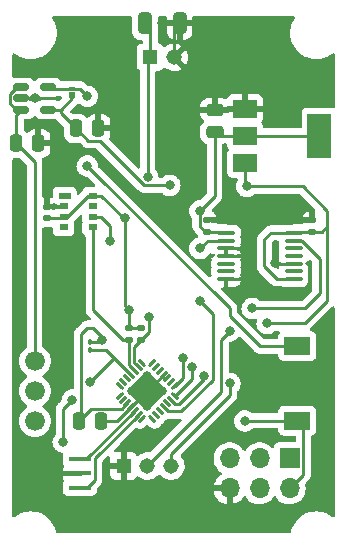
<source format=gtl>
G04 #@! TF.GenerationSoftware,KiCad,Pcbnew,(6.0.2)*
G04 #@! TF.CreationDate,2022-09-22T18:34:12-04:00*
G04 #@! TF.ProjectId,Control Board,436f6e74-726f-46c2-9042-6f6172642e6b,rev?*
G04 #@! TF.SameCoordinates,Original*
G04 #@! TF.FileFunction,Copper,L1,Top*
G04 #@! TF.FilePolarity,Positive*
%FSLAX46Y46*%
G04 Gerber Fmt 4.6, Leading zero omitted, Abs format (unit mm)*
G04 Created by KiCad (PCBNEW (6.0.2)) date 2022-09-22 18:34:12*
%MOMM*%
%LPD*%
G01*
G04 APERTURE LIST*
G04 Aperture macros list*
%AMRoundRect*
0 Rectangle with rounded corners*
0 $1 Rounding radius*
0 $2 $3 $4 $5 $6 $7 $8 $9 X,Y pos of 4 corners*
0 Add a 4 corners polygon primitive as box body*
4,1,4,$2,$3,$4,$5,$6,$7,$8,$9,$2,$3,0*
0 Add four circle primitives for the rounded corners*
1,1,$1+$1,$2,$3*
1,1,$1+$1,$4,$5*
1,1,$1+$1,$6,$7*
1,1,$1+$1,$8,$9*
0 Add four rect primitives between the rounded corners*
20,1,$1+$1,$2,$3,$4,$5,0*
20,1,$1+$1,$4,$5,$6,$7,0*
20,1,$1+$1,$6,$7,$8,$9,0*
20,1,$1+$1,$8,$9,$2,$3,0*%
%AMRotRect*
0 Rectangle, with rotation*
0 The origin of the aperture is its center*
0 $1 length*
0 $2 width*
0 $3 Rotation angle, in degrees counterclockwise*
0 Add horizontal line*
21,1,$1,$2,0,0,$3*%
%AMFreePoly0*
4,1,14,0.318306,0.106694,0.381693,0.043306,0.400000,-0.000888,0.400000,-0.062500,0.381693,-0.106694,0.337500,-0.125000,-0.337500,-0.125000,-0.381693,-0.106694,-0.400000,-0.062500,-0.400000,0.062500,-0.381693,0.106694,-0.337500,0.125000,0.274112,0.125000,0.318306,0.106694,0.318306,0.106694,$1*%
%AMFreePoly1*
4,1,14,0.381693,0.106694,0.400000,0.062500,0.400000,0.000888,0.381693,-0.043306,0.318306,-0.106694,0.274112,-0.125000,-0.337500,-0.125000,-0.381693,-0.106694,-0.400000,-0.062500,-0.400000,0.062500,-0.381693,0.106694,-0.337500,0.125000,0.337500,0.125000,0.381693,0.106694,0.381693,0.106694,$1*%
%AMFreePoly2*
4,1,14,0.106694,0.381693,0.125000,0.337500,0.125000,-0.337500,0.106694,-0.381693,0.062500,-0.400000,-0.062500,-0.400000,-0.106694,-0.381693,-0.125000,-0.337500,-0.125000,0.274112,-0.106694,0.318306,-0.043306,0.381693,0.000888,0.400000,0.062500,0.400000,0.106694,0.381693,0.106694,0.381693,$1*%
%AMFreePoly3*
4,1,14,0.043306,0.381693,0.106694,0.318306,0.125000,0.274112,0.125000,-0.337500,0.106694,-0.381693,0.062500,-0.400000,-0.062500,-0.400000,-0.106694,-0.381693,-0.125000,-0.337500,-0.125000,0.337500,-0.106694,0.381693,-0.062500,0.400000,-0.000888,0.400000,0.043306,0.381693,0.043306,0.381693,$1*%
%AMFreePoly4*
4,1,14,0.381693,0.106694,0.400000,0.062500,0.400000,-0.062500,0.381693,-0.106694,0.337500,-0.125000,-0.274112,-0.125000,-0.318306,-0.106694,-0.381693,-0.043306,-0.400000,0.000888,-0.400000,0.062500,-0.381693,0.106694,-0.337500,0.125000,0.337500,0.125000,0.381693,0.106694,0.381693,0.106694,$1*%
%AMFreePoly5*
4,1,14,0.381693,0.106694,0.400000,0.062500,0.400000,-0.062500,0.381693,-0.106694,0.337500,-0.125000,-0.337500,-0.125000,-0.381693,-0.106694,-0.400000,-0.062500,-0.400000,-0.000888,-0.381693,0.043306,-0.318306,0.106694,-0.274112,0.125000,0.337500,0.125000,0.381693,0.106694,0.381693,0.106694,$1*%
%AMFreePoly6*
4,1,14,0.106694,0.381693,0.125000,0.337500,0.125000,-0.274112,0.106694,-0.318306,0.043306,-0.381693,-0.000888,-0.400000,-0.062500,-0.400000,-0.106694,-0.381693,-0.125000,-0.337500,-0.125000,0.337500,-0.106694,0.381693,-0.062500,0.400000,0.062500,0.400000,0.106694,0.381693,0.106694,0.381693,$1*%
%AMFreePoly7*
4,1,14,0.106694,0.381693,0.125000,0.337500,0.125000,-0.337500,0.106694,-0.381693,0.062500,-0.400000,0.000888,-0.400000,-0.043306,-0.381693,-0.106694,-0.318306,-0.125000,-0.274112,-0.125000,0.337500,-0.106694,0.381693,-0.062500,0.400000,0.062500,0.400000,0.106694,0.381693,0.106694,0.381693,$1*%
G04 Aperture macros list end*
G04 #@! TA.AperFunction,ComponentPad*
%ADD10C,1.308000*%
G04 #@! TD*
G04 #@! TA.AperFunction,ComponentPad*
%ADD11R,1.308000X1.308000*%
G04 #@! TD*
G04 #@! TA.AperFunction,SMDPad,CuDef*
%ADD12RoundRect,0.250000X-0.325000X-0.650000X0.325000X-0.650000X0.325000X0.650000X-0.325000X0.650000X0*%
G04 #@! TD*
G04 #@! TA.AperFunction,SMDPad,CuDef*
%ADD13RoundRect,0.100000X-0.637500X-0.100000X0.637500X-0.100000X0.637500X0.100000X-0.637500X0.100000X0*%
G04 #@! TD*
G04 #@! TA.AperFunction,SMDPad,CuDef*
%ADD14RoundRect,0.135000X-0.185000X0.135000X-0.185000X-0.135000X0.185000X-0.135000X0.185000X0.135000X0*%
G04 #@! TD*
G04 #@! TA.AperFunction,SMDPad,CuDef*
%ADD15RoundRect,0.150000X-0.512500X-0.150000X0.512500X-0.150000X0.512500X0.150000X-0.512500X0.150000X0*%
G04 #@! TD*
G04 #@! TA.AperFunction,ComponentPad*
%ADD16R,1.700000X1.700000*%
G04 #@! TD*
G04 #@! TA.AperFunction,ComponentPad*
%ADD17O,1.700000X1.700000*%
G04 #@! TD*
G04 #@! TA.AperFunction,SMDPad,CuDef*
%ADD18RoundRect,0.250000X-0.250000X-0.475000X0.250000X-0.475000X0.250000X0.475000X-0.250000X0.475000X0*%
G04 #@! TD*
G04 #@! TA.AperFunction,SMDPad,CuDef*
%ADD19R,2.000000X1.500000*%
G04 #@! TD*
G04 #@! TA.AperFunction,SMDPad,CuDef*
%ADD20R,2.000000X3.800000*%
G04 #@! TD*
G04 #@! TA.AperFunction,SMDPad,CuDef*
%ADD21RoundRect,0.100000X-0.100000X0.130000X-0.100000X-0.130000X0.100000X-0.130000X0.100000X0.130000X0*%
G04 #@! TD*
G04 #@! TA.AperFunction,SMDPad,CuDef*
%ADD22RoundRect,0.140000X-0.170000X0.140000X-0.170000X-0.140000X0.170000X-0.140000X0.170000X0.140000X0*%
G04 #@! TD*
G04 #@! TA.AperFunction,SMDPad,CuDef*
%ADD23R,2.200000X1.500000*%
G04 #@! TD*
G04 #@! TA.AperFunction,SMDPad,CuDef*
%ADD24RoundRect,0.250000X0.475000X-0.250000X0.475000X0.250000X-0.475000X0.250000X-0.475000X-0.250000X0*%
G04 #@! TD*
G04 #@! TA.AperFunction,SMDPad,CuDef*
%ADD25FreePoly0,45.000000*%
G04 #@! TD*
G04 #@! TA.AperFunction,SMDPad,CuDef*
%ADD26RoundRect,0.062500X-0.194454X-0.282843X0.282843X0.194454X0.194454X0.282843X-0.282843X-0.194454X0*%
G04 #@! TD*
G04 #@! TA.AperFunction,SMDPad,CuDef*
%ADD27FreePoly1,45.000000*%
G04 #@! TD*
G04 #@! TA.AperFunction,SMDPad,CuDef*
%ADD28FreePoly2,45.000000*%
G04 #@! TD*
G04 #@! TA.AperFunction,SMDPad,CuDef*
%ADD29RoundRect,0.062500X0.194454X-0.282843X0.282843X-0.194454X-0.194454X0.282843X-0.282843X0.194454X0*%
G04 #@! TD*
G04 #@! TA.AperFunction,SMDPad,CuDef*
%ADD30FreePoly3,45.000000*%
G04 #@! TD*
G04 #@! TA.AperFunction,SMDPad,CuDef*
%ADD31FreePoly4,45.000000*%
G04 #@! TD*
G04 #@! TA.AperFunction,SMDPad,CuDef*
%ADD32FreePoly5,45.000000*%
G04 #@! TD*
G04 #@! TA.AperFunction,SMDPad,CuDef*
%ADD33FreePoly6,45.000000*%
G04 #@! TD*
G04 #@! TA.AperFunction,SMDPad,CuDef*
%ADD34FreePoly7,45.000000*%
G04 #@! TD*
G04 #@! TA.AperFunction,SMDPad,CuDef*
%ADD35RotRect,2.400000X2.400000X45.000000*%
G04 #@! TD*
G04 #@! TA.AperFunction,SMDPad,CuDef*
%ADD36RoundRect,0.140000X0.170000X-0.140000X0.170000X0.140000X-0.170000X0.140000X-0.170000X-0.140000X0*%
G04 #@! TD*
G04 #@! TA.AperFunction,SMDPad,CuDef*
%ADD37R,0.579000X0.332000*%
G04 #@! TD*
G04 #@! TA.AperFunction,SMDPad,CuDef*
%ADD38R,0.579000X0.507000*%
G04 #@! TD*
G04 #@! TA.AperFunction,ComponentPad*
%ADD39C,1.676400*%
G04 #@! TD*
G04 #@! TA.AperFunction,SMDPad,CuDef*
%ADD40R,1.900000X0.400000*%
G04 #@! TD*
G04 #@! TA.AperFunction,SMDPad,CuDef*
%ADD41R,0.800000X0.500000*%
G04 #@! TD*
G04 #@! TA.AperFunction,SMDPad,CuDef*
%ADD42R,1.000000X0.500000*%
G04 #@! TD*
G04 #@! TA.AperFunction,ViaPad*
%ADD43C,0.800000*%
G04 #@! TD*
G04 #@! TA.AperFunction,Conductor*
%ADD44C,0.250000*%
G04 #@! TD*
G04 APERTURE END LIST*
D10*
X134350000Y-84782500D03*
D11*
X132350000Y-84782500D03*
D12*
X134825000Y-81915000D03*
X131875000Y-81915000D03*
D13*
X144467500Y-99650000D03*
X144467500Y-100300000D03*
X144467500Y-100950000D03*
X144467500Y-101600000D03*
X144467500Y-102250000D03*
X144467500Y-102900000D03*
X144467500Y-103550000D03*
X138742500Y-103550000D03*
X138742500Y-102900000D03*
X138742500Y-102250000D03*
X138742500Y-101600000D03*
X138742500Y-100950000D03*
X138742500Y-100300000D03*
X138742500Y-99650000D03*
D14*
X131572000Y-107694000D03*
X131572000Y-108714000D03*
X130556000Y-107694000D03*
X130556000Y-108714000D03*
D15*
X123692500Y-87315000D03*
X123692500Y-89215000D03*
X121417500Y-89215000D03*
X121417500Y-88265000D03*
X121417500Y-87315000D03*
D16*
X144130000Y-118740000D03*
D17*
X144130000Y-121280000D03*
X141590000Y-118740000D03*
X141590000Y-121280000D03*
X139050000Y-118740000D03*
X139050000Y-121280000D03*
D18*
X122870000Y-92075000D03*
X120970000Y-92075000D03*
X126304000Y-115570000D03*
X128204000Y-115570000D03*
D19*
X140360000Y-93740000D03*
X140360000Y-91440000D03*
D20*
X146660000Y-91440000D03*
D19*
X140360000Y-89140000D03*
D21*
X127254000Y-108900000D03*
X127254000Y-109540000D03*
D22*
X137160000Y-99540000D03*
X137160000Y-98580000D03*
D23*
X144780000Y-115545000D03*
X144780000Y-109245000D03*
D18*
X127950000Y-90805000D03*
X126050000Y-90805000D03*
D24*
X137795000Y-89220000D03*
X137795000Y-91120000D03*
D25*
X129746548Y-113454264D03*
D26*
X130064746Y-113772462D03*
X130382944Y-114090660D03*
X130701142Y-114408858D03*
X131019340Y-114727056D03*
X131337538Y-115045254D03*
D27*
X131655736Y-115363452D03*
D28*
X132504264Y-115363452D03*
D29*
X132822462Y-115045254D03*
X133140660Y-114727056D03*
X133458858Y-114408858D03*
X133777056Y-114090660D03*
X134095254Y-113772462D03*
D30*
X134413452Y-113454264D03*
D31*
X134413452Y-112605736D03*
D26*
X134095254Y-112287538D03*
X133777056Y-111969340D03*
X133458858Y-111651142D03*
X133140660Y-111332944D03*
X132822462Y-111014746D03*
D32*
X132504264Y-110696548D03*
D33*
X131655736Y-110696548D03*
D29*
X131337538Y-111014746D03*
X131019340Y-111332944D03*
X130701142Y-111651142D03*
X130382944Y-111969340D03*
X130064746Y-112287538D03*
D34*
X129746548Y-112605736D03*
D35*
X132080000Y-113030000D03*
D22*
X146050000Y-99540000D03*
X146050000Y-98580000D03*
D36*
X123571000Y-97437000D03*
X123571000Y-98397000D03*
D37*
X125730000Y-87430000D03*
D38*
X125730000Y-88000000D03*
D39*
X122555000Y-110490000D03*
X122555000Y-113030000D03*
X122555000Y-115570000D03*
D40*
X126365000Y-121215000D03*
X126365000Y-120015000D03*
X126365000Y-118815000D03*
D11*
X130080000Y-119380000D03*
D10*
X132080000Y-119380000D03*
X134080000Y-119380000D03*
D41*
X127488000Y-96490000D03*
X127488000Y-97390000D03*
X127488000Y-98290000D03*
X127488000Y-99190000D03*
X124988000Y-99190000D03*
X124988000Y-98290000D03*
X124988000Y-97390000D03*
D42*
X125088000Y-96490000D03*
D43*
X130175000Y-81915000D03*
X133350000Y-81915000D03*
X136525000Y-100965000D03*
X136525000Y-105410000D03*
X140970000Y-106045000D03*
X139065000Y-107950000D03*
X142240000Y-107315000D03*
X132216520Y-106807906D03*
X128905000Y-100330000D03*
X136525480Y-97789520D03*
X130175000Y-98425000D03*
X127000000Y-93980000D03*
X132106514Y-94879986D03*
X122555000Y-88265000D03*
X133350000Y-113030000D03*
X123952000Y-90678000D03*
X132080000Y-114300000D03*
X130810000Y-113030000D03*
X132080000Y-111760000D03*
X140335000Y-103505000D03*
X140335000Y-100965000D03*
X142875000Y-102235000D03*
X140518750Y-95701250D03*
X139065000Y-112395000D03*
X133988465Y-95631000D03*
X127000000Y-88077978D03*
X135890000Y-110998000D03*
X140335000Y-115570000D03*
X135128000Y-110236000D03*
X136906000Y-111760000D03*
X124968000Y-117348000D03*
X127254000Y-112268000D03*
X125730000Y-113792000D03*
X130556000Y-106172000D03*
X128270000Y-108712000D03*
D44*
X134350000Y-82390000D02*
X134825000Y-81915000D01*
X134350000Y-84782500D02*
X134350000Y-82390000D01*
X132350000Y-82390000D02*
X131875000Y-81915000D01*
X132350000Y-84782500D02*
X132350000Y-82390000D01*
X132106514Y-85025986D02*
X132106514Y-94879986D01*
X137795000Y-96520000D02*
X136525480Y-97789520D01*
X137795000Y-91119040D02*
X137795000Y-96520000D01*
X140360000Y-95542500D02*
X140518750Y-95701250D01*
X140360000Y-93740000D02*
X140360000Y-95542500D01*
X126931396Y-118815000D02*
X126365000Y-118815000D01*
X131019340Y-114727056D02*
X126931396Y-118815000D01*
X127639511Y-118742603D02*
X127639511Y-120539511D01*
X127639511Y-120539511D02*
X126964022Y-121215000D01*
X126964022Y-121215000D02*
X126365000Y-121215000D01*
X131336860Y-115045254D02*
X127639511Y-118742603D01*
X131337538Y-115045254D02*
X131336860Y-115045254D01*
X120970000Y-92075000D02*
X122555000Y-93660000D01*
X122555000Y-93660000D02*
X122555000Y-110490000D01*
X137190000Y-100300000D02*
X138742500Y-100300000D01*
X136525000Y-100965000D02*
X137190000Y-100300000D01*
X134930092Y-114760522D02*
X137630511Y-112060103D01*
X137630511Y-112060103D02*
X137630511Y-106515511D01*
X133810522Y-114760522D02*
X134930092Y-114760522D01*
X133458858Y-114408858D02*
X133810522Y-114760522D01*
X137630511Y-106515511D02*
X136525000Y-105410000D01*
X146685000Y-104775000D02*
X146685000Y-101829639D01*
X146685000Y-101829639D02*
X145155361Y-100300000D01*
X145155361Y-100300000D02*
X144467500Y-100300000D01*
X145415000Y-106045000D02*
X146685000Y-104775000D01*
X140970000Y-106045000D02*
X145415000Y-106045000D01*
X138340489Y-113119511D02*
X132080000Y-119380000D01*
X138340489Y-108674511D02*
X138340489Y-113119511D01*
X139065000Y-107950000D02*
X138340489Y-108674511D01*
X145415000Y-107315000D02*
X142240000Y-107315000D01*
X147320000Y-99060000D02*
X147320000Y-105410000D01*
X147320000Y-105410000D02*
X145415000Y-107315000D01*
X127488000Y-99190000D02*
X127488000Y-106153000D01*
X127488000Y-106153000D02*
X130049000Y-108714000D01*
X128905000Y-99057000D02*
X128905000Y-100330000D01*
X128138000Y-98290000D02*
X128905000Y-99057000D01*
X127488000Y-98290000D02*
X128138000Y-98290000D01*
X130175000Y-105791000D02*
X130556000Y-106172000D01*
X130175000Y-98425000D02*
X130175000Y-105791000D01*
X136525480Y-97789520D02*
X136525480Y-99060480D01*
X130073000Y-98425000D02*
X130175000Y-98425000D01*
X128138000Y-96490000D02*
X130073000Y-98425000D01*
X127488000Y-96490000D02*
X128138000Y-96490000D01*
X139065000Y-106045000D02*
X127000000Y-93980000D01*
X139065000Y-106680000D02*
X139065000Y-106045000D01*
X141630000Y-109245000D02*
X139065000Y-106680000D01*
X144780000Y-109245000D02*
X141630000Y-109245000D01*
X127099520Y-91854520D02*
X126050000Y-90805000D01*
X131832930Y-95631000D02*
X128056450Y-91854520D01*
X128056450Y-91854520D02*
X127099520Y-91854520D01*
X133988465Y-95631000D02*
X131832930Y-95631000D01*
X124941000Y-97437000D02*
X124988000Y-97390000D01*
X137795000Y-89220000D02*
X137875000Y-89140000D01*
X129540000Y-115570000D02*
X130701142Y-114408858D01*
X138742500Y-100950000D02*
X140320000Y-100950000D01*
X138742500Y-101600000D02*
X140335000Y-101600000D01*
X138742500Y-103550000D02*
X140290000Y-103550000D01*
X140320000Y-100950000D02*
X140335000Y-100965000D01*
X137875000Y-89140000D02*
X140360000Y-89140000D01*
X130701142Y-114408858D02*
X132080000Y-113030000D01*
X133458858Y-111651142D02*
X132080000Y-113030000D01*
X144467500Y-102250000D02*
X142890000Y-102250000D01*
X140290000Y-103550000D02*
X140335000Y-103505000D01*
X123571000Y-97437000D02*
X124941000Y-97437000D01*
X128204000Y-115570000D02*
X129540000Y-115570000D01*
X142890000Y-102250000D02*
X142875000Y-102235000D01*
X134080000Y-118396000D02*
X134080000Y-119380000D01*
X147320000Y-97790000D02*
X147320000Y-99060000D01*
X140518750Y-95701250D02*
X145231250Y-95701250D01*
X146050000Y-99540000D02*
X144577500Y-99540000D01*
X145231250Y-95701250D02*
X147320000Y-97790000D01*
X124780000Y-89535000D02*
X126050000Y-90805000D01*
X147320000Y-99060000D02*
X146840000Y-99540000D01*
X143047000Y-103550000D02*
X144467500Y-103550000D01*
X139065000Y-113411000D02*
X134080000Y-118396000D01*
X144577500Y-99540000D02*
X144467500Y-99650000D01*
X146840000Y-99540000D02*
X146050000Y-99540000D01*
X142539000Y-99650000D02*
X141986000Y-100203000D01*
X125730000Y-88265000D02*
X124780000Y-89215000D01*
X141986000Y-102489000D02*
X143047000Y-103550000D01*
X124780000Y-89215000D02*
X123692500Y-89215000D01*
X125730000Y-88000000D02*
X125730000Y-88265000D01*
X124780000Y-89215000D02*
X124780000Y-89535000D01*
X139065000Y-112395000D02*
X139065000Y-113411000D01*
X141986000Y-100203000D02*
X141986000Y-102489000D01*
X144467500Y-99650000D02*
X142539000Y-99650000D01*
X126344011Y-87421989D02*
X123799489Y-87421989D01*
X123799489Y-87421989D02*
X123692500Y-87315000D01*
X127000000Y-88077978D02*
X126344011Y-87421989D01*
X135890000Y-111977716D02*
X135890000Y-110998000D01*
X134413452Y-113454264D02*
X135890000Y-111977716D01*
X144780000Y-115545000D02*
X145304511Y-116069511D01*
X121033928Y-87315000D02*
X120430480Y-87918448D01*
X121417500Y-89215000D02*
X120970000Y-89662500D01*
X145304511Y-120105489D02*
X144130000Y-121280000D01*
X120430480Y-88680480D02*
X120965000Y-89215000D01*
X120965000Y-89215000D02*
X121417500Y-89215000D01*
X145304511Y-116069511D02*
X145304511Y-120105489D01*
X121417500Y-87315000D02*
X121033928Y-87315000D01*
X120970000Y-89662500D02*
X120970000Y-92075000D01*
X140335000Y-115570000D02*
X140360000Y-115545000D01*
X120430480Y-87918448D02*
X120430480Y-88680480D01*
X140360000Y-115545000D02*
X144780000Y-115545000D01*
X134413452Y-112605736D02*
X135128000Y-111891188D01*
X135128000Y-111891188D02*
X135128000Y-110236000D01*
X136906000Y-111986341D02*
X136906000Y-111760000D01*
X134768215Y-114124126D02*
X136906000Y-111986341D01*
X134446918Y-114124126D02*
X134768215Y-114124126D01*
X134095254Y-113772462D02*
X134446918Y-114124126D01*
X124968000Y-114554000D02*
X124968000Y-117348000D01*
X128590000Y-109540000D02*
X127254000Y-109540000D01*
X129286000Y-110236000D02*
X128590000Y-109540000D01*
X129286000Y-110236000D02*
X127254000Y-112268000D01*
X125730000Y-113792000D02*
X124968000Y-114554000D01*
X130701142Y-111651142D02*
X129286000Y-110236000D01*
X123571000Y-98397000D02*
X124881000Y-98397000D01*
X127508000Y-107696000D02*
X128270000Y-108458000D01*
X146660000Y-91440000D02*
X140360000Y-91440000D01*
X125288978Y-98290000D02*
X127088978Y-96490000D01*
X124881000Y-98397000D02*
X124988000Y-98290000D01*
X127088978Y-96490000D02*
X127488000Y-96490000D01*
X137160000Y-99540000D02*
X138632500Y-99540000D01*
X127353520Y-114520480D02*
X126304000Y-115570000D01*
X130382944Y-114090660D02*
X129953124Y-114520480D01*
X138632500Y-99540000D02*
X138742500Y-99650000D01*
X129953124Y-114520480D02*
X127353520Y-114520480D01*
X126304000Y-115570000D02*
X126492000Y-115382000D01*
X128082000Y-108900000D02*
X128270000Y-108712000D01*
X126492000Y-115382000D02*
X126492000Y-108204000D01*
X127254000Y-108900000D02*
X128082000Y-108900000D01*
X137795000Y-91120000D02*
X138115000Y-91440000D01*
X131572000Y-107694000D02*
X130556000Y-107694000D01*
X128270000Y-108458000D02*
X128270000Y-108712000D01*
X124988000Y-98290000D02*
X125288978Y-98290000D01*
X136525480Y-99060480D02*
X137005000Y-99540000D01*
X127000000Y-107696000D02*
X127508000Y-107696000D01*
X137005000Y-99540000D02*
X137160000Y-99540000D01*
X138115000Y-91440000D02*
X140360000Y-91440000D01*
X130556000Y-107694000D02*
X130556000Y-106172000D01*
X126492000Y-108204000D02*
X127000000Y-107696000D01*
X132216520Y-108069480D02*
X132216520Y-106807906D01*
X131337538Y-111014746D02*
X130985874Y-110663082D01*
X130985874Y-109300126D02*
X131572000Y-108714000D01*
X130985874Y-110663082D02*
X130985874Y-109300126D01*
X131572000Y-108714000D02*
X132216520Y-108069480D01*
X130536354Y-108733646D02*
X130556000Y-108714000D01*
X131019340Y-111332944D02*
X130536354Y-110849958D01*
X130536354Y-110849958D02*
X130536354Y-108733646D01*
X130556000Y-108714000D02*
X130049000Y-108714000D01*
G04 #@! TA.AperFunction,Conductor*
G36*
X121323527Y-93328502D02*
G01*
X121344501Y-93345405D01*
X121884595Y-93885499D01*
X121918621Y-93947811D01*
X121921500Y-93974594D01*
X121921500Y-109223974D01*
X121901498Y-109292095D01*
X121867770Y-109327187D01*
X121686051Y-109454427D01*
X121519427Y-109621051D01*
X121384269Y-109814078D01*
X121381948Y-109819056D01*
X121381946Y-109819059D01*
X121290492Y-110015182D01*
X121284682Y-110027642D01*
X121283260Y-110032950D01*
X121283259Y-110032952D01*
X121225399Y-110248891D01*
X121223694Y-110255255D01*
X121203156Y-110490000D01*
X121223694Y-110724745D01*
X121225118Y-110730059D01*
X121225118Y-110730060D01*
X121280284Y-110935943D01*
X121284682Y-110952358D01*
X121287004Y-110957338D01*
X121287005Y-110957340D01*
X121368407Y-111131905D01*
X121384269Y-111165922D01*
X121519427Y-111358949D01*
X121686051Y-111525573D01*
X121760057Y-111577392D01*
X121873445Y-111656787D01*
X121917774Y-111712244D01*
X121925083Y-111782863D01*
X121893053Y-111846224D01*
X121873445Y-111863213D01*
X121686051Y-111994427D01*
X121519427Y-112161051D01*
X121384269Y-112354078D01*
X121381948Y-112359056D01*
X121381946Y-112359059D01*
X121332915Y-112464206D01*
X121284682Y-112567642D01*
X121283260Y-112572950D01*
X121283259Y-112572952D01*
X121234074Y-112756517D01*
X121223694Y-112795255D01*
X121203156Y-113030000D01*
X121223694Y-113264745D01*
X121225118Y-113270059D01*
X121225118Y-113270060D01*
X121282202Y-113483101D01*
X121284682Y-113492358D01*
X121287004Y-113497338D01*
X121287005Y-113497340D01*
X121356355Y-113646060D01*
X121384269Y-113705922D01*
X121519427Y-113898949D01*
X121686051Y-114065573D01*
X121788658Y-114137419D01*
X121873445Y-114196787D01*
X121917774Y-114252244D01*
X121925083Y-114322863D01*
X121893053Y-114386224D01*
X121873445Y-114403213D01*
X121794020Y-114458827D01*
X121686051Y-114534427D01*
X121519427Y-114701051D01*
X121384269Y-114894078D01*
X121284682Y-115107642D01*
X121283260Y-115112950D01*
X121283259Y-115112952D01*
X121238505Y-115279980D01*
X121223694Y-115335255D01*
X121203156Y-115570000D01*
X121223694Y-115804745D01*
X121225118Y-115810059D01*
X121225118Y-115810060D01*
X121279802Y-116014144D01*
X121284682Y-116032358D01*
X121287004Y-116037338D01*
X121287005Y-116037340D01*
X121373348Y-116222501D01*
X121384269Y-116245922D01*
X121519427Y-116438949D01*
X121686051Y-116605573D01*
X121879078Y-116740731D01*
X121884056Y-116743052D01*
X121884059Y-116743054D01*
X122087660Y-116837995D01*
X122092642Y-116840318D01*
X122097950Y-116841740D01*
X122097952Y-116841741D01*
X122230132Y-116877158D01*
X122320255Y-116901306D01*
X122555000Y-116921844D01*
X122789745Y-116901306D01*
X122879868Y-116877158D01*
X123012048Y-116841741D01*
X123012050Y-116841740D01*
X123017358Y-116840318D01*
X123022340Y-116837995D01*
X123225941Y-116743054D01*
X123225944Y-116743052D01*
X123230922Y-116740731D01*
X123423949Y-116605573D01*
X123590573Y-116438949D01*
X123725731Y-116245922D01*
X123736653Y-116222501D01*
X123822995Y-116037340D01*
X123822996Y-116037338D01*
X123825318Y-116032358D01*
X123830199Y-116014144D01*
X123884882Y-115810060D01*
X123884882Y-115810059D01*
X123886306Y-115804745D01*
X123906844Y-115570000D01*
X123886306Y-115335255D01*
X123871495Y-115279980D01*
X123826741Y-115112952D01*
X123826740Y-115112950D01*
X123825318Y-115107642D01*
X123725731Y-114894078D01*
X123590573Y-114701051D01*
X123423949Y-114534427D01*
X123315980Y-114458827D01*
X123236555Y-114403213D01*
X123192226Y-114347756D01*
X123184917Y-114277137D01*
X123216947Y-114213776D01*
X123236555Y-114196787D01*
X123321342Y-114137419D01*
X123423949Y-114065573D01*
X123590573Y-113898949D01*
X123725731Y-113705922D01*
X123753646Y-113646060D01*
X123822995Y-113497340D01*
X123822996Y-113497338D01*
X123825318Y-113492358D01*
X123827799Y-113483101D01*
X123884882Y-113270060D01*
X123884882Y-113270059D01*
X123886306Y-113264745D01*
X123906844Y-113030000D01*
X123886306Y-112795255D01*
X123875926Y-112756517D01*
X123826741Y-112572952D01*
X123826740Y-112572950D01*
X123825318Y-112567642D01*
X123777085Y-112464206D01*
X123728054Y-112359059D01*
X123728052Y-112359056D01*
X123725731Y-112354078D01*
X123590573Y-112161051D01*
X123423949Y-111994427D01*
X123236555Y-111863213D01*
X123192226Y-111807756D01*
X123184917Y-111737137D01*
X123216947Y-111673776D01*
X123236555Y-111656787D01*
X123349943Y-111577392D01*
X123423949Y-111525573D01*
X123590573Y-111358949D01*
X123725731Y-111165922D01*
X123741594Y-111131905D01*
X123822995Y-110957340D01*
X123822996Y-110957338D01*
X123825318Y-110952358D01*
X123829717Y-110935943D01*
X123884882Y-110730060D01*
X123884882Y-110730059D01*
X123886306Y-110724745D01*
X123906844Y-110490000D01*
X123886306Y-110255255D01*
X123884601Y-110248891D01*
X123826741Y-110032952D01*
X123826740Y-110032950D01*
X123825318Y-110027642D01*
X123819508Y-110015182D01*
X123728054Y-109819059D01*
X123728052Y-109819056D01*
X123725731Y-109814078D01*
X123590573Y-109621051D01*
X123423949Y-109454427D01*
X123242230Y-109327187D01*
X123197901Y-109271730D01*
X123188500Y-109223974D01*
X123188500Y-99310236D01*
X123208502Y-99242115D01*
X123262158Y-99195622D01*
X123324386Y-99184624D01*
X123333060Y-99185307D01*
X123333068Y-99185307D01*
X123335516Y-99185500D01*
X123806484Y-99185500D01*
X123808932Y-99185307D01*
X123808940Y-99185307D01*
X123836844Y-99183111D01*
X123836849Y-99183110D01*
X123843254Y-99182606D01*
X123849430Y-99180812D01*
X123849434Y-99180811D01*
X123918348Y-99160790D01*
X123989344Y-99160993D01*
X124048960Y-99199547D01*
X124078268Y-99264212D01*
X124079500Y-99281787D01*
X124079500Y-99488134D01*
X124086255Y-99550316D01*
X124137385Y-99686705D01*
X124224739Y-99803261D01*
X124341295Y-99890615D01*
X124477684Y-99941745D01*
X124539866Y-99948500D01*
X125436134Y-99948500D01*
X125498316Y-99941745D01*
X125634705Y-99890615D01*
X125751261Y-99803261D01*
X125838615Y-99686705D01*
X125889745Y-99550316D01*
X125896500Y-99488134D01*
X125896500Y-98891866D01*
X125895917Y-98886498D01*
X125890598Y-98837534D01*
X125890598Y-98837532D01*
X125889745Y-98829684D01*
X125886973Y-98822289D01*
X125872705Y-98784229D01*
X125867522Y-98713422D01*
X125872705Y-98695771D01*
X125886973Y-98657711D01*
X125886973Y-98657709D01*
X125889745Y-98650316D01*
X125892897Y-98621303D01*
X125920140Y-98555741D01*
X125929065Y-98545817D01*
X126364405Y-98110477D01*
X126426717Y-98076451D01*
X126497532Y-98081516D01*
X126554368Y-98124063D01*
X126579179Y-98190583D01*
X126579500Y-98199572D01*
X126579500Y-98588134D01*
X126586255Y-98650316D01*
X126589027Y-98657709D01*
X126589027Y-98657711D01*
X126603295Y-98695771D01*
X126608478Y-98766578D01*
X126603295Y-98784229D01*
X126589027Y-98822289D01*
X126586255Y-98829684D01*
X126585402Y-98837532D01*
X126585402Y-98837534D01*
X126580083Y-98886498D01*
X126579500Y-98891866D01*
X126579500Y-99488134D01*
X126586255Y-99550316D01*
X126637385Y-99686705D01*
X126724739Y-99803261D01*
X126731919Y-99808642D01*
X126731920Y-99808643D01*
X126804065Y-99862713D01*
X126846580Y-99919573D01*
X126854500Y-99963539D01*
X126854500Y-106074233D01*
X126853973Y-106085416D01*
X126852298Y-106092909D01*
X126852547Y-106100835D01*
X126852547Y-106100836D01*
X126854438Y-106160986D01*
X126854500Y-106164945D01*
X126854500Y-106192856D01*
X126854997Y-106196790D01*
X126854997Y-106196791D01*
X126855005Y-106196856D01*
X126855938Y-106208693D01*
X126857327Y-106252889D01*
X126861152Y-106266054D01*
X126862978Y-106272339D01*
X126866987Y-106291700D01*
X126869526Y-106311797D01*
X126872445Y-106319168D01*
X126872445Y-106319170D01*
X126885804Y-106352912D01*
X126889649Y-106364142D01*
X126901982Y-106406593D01*
X126906015Y-106413412D01*
X126906017Y-106413417D01*
X126912293Y-106424028D01*
X126920988Y-106441776D01*
X126928448Y-106460617D01*
X126933110Y-106467033D01*
X126933110Y-106467034D01*
X126954436Y-106496387D01*
X126960952Y-106506307D01*
X126983458Y-106544362D01*
X126997779Y-106558683D01*
X127010619Y-106573716D01*
X127022528Y-106590107D01*
X127056218Y-106617978D01*
X127056605Y-106618298D01*
X127065384Y-106626288D01*
X127286501Y-106847405D01*
X127320527Y-106909717D01*
X127315462Y-106980532D01*
X127272915Y-107037368D01*
X127206395Y-107062179D01*
X127197406Y-107062500D01*
X127078763Y-107062500D01*
X127067579Y-107061973D01*
X127060091Y-107060299D01*
X127052168Y-107060548D01*
X126992033Y-107062438D01*
X126988075Y-107062500D01*
X126960144Y-107062500D01*
X126956229Y-107062995D01*
X126956225Y-107062995D01*
X126956167Y-107063003D01*
X126956138Y-107063006D01*
X126944296Y-107063939D01*
X126900110Y-107065327D01*
X126882744Y-107070372D01*
X126880658Y-107070978D01*
X126861306Y-107074986D01*
X126849068Y-107076532D01*
X126849066Y-107076533D01*
X126841203Y-107077526D01*
X126800086Y-107093806D01*
X126788885Y-107097641D01*
X126746406Y-107109982D01*
X126739587Y-107114015D01*
X126739582Y-107114017D01*
X126728971Y-107120293D01*
X126711221Y-107128990D01*
X126692383Y-107136448D01*
X126685967Y-107141109D01*
X126685966Y-107141110D01*
X126667284Y-107154684D01*
X126661506Y-107158882D01*
X126656625Y-107162428D01*
X126646701Y-107168947D01*
X126615460Y-107187422D01*
X126615455Y-107187426D01*
X126608637Y-107191458D01*
X126594313Y-107205782D01*
X126579281Y-107218621D01*
X126562893Y-107230528D01*
X126535507Y-107263632D01*
X126534712Y-107264593D01*
X126526722Y-107273373D01*
X126099747Y-107700348D01*
X126091461Y-107707888D01*
X126084982Y-107712000D01*
X126079557Y-107717777D01*
X126038357Y-107761651D01*
X126035602Y-107764493D01*
X126015865Y-107784230D01*
X126013385Y-107787427D01*
X126005682Y-107796447D01*
X125975414Y-107828679D01*
X125971595Y-107835625D01*
X125971593Y-107835628D01*
X125965652Y-107846434D01*
X125954801Y-107862953D01*
X125942386Y-107878959D01*
X125939241Y-107886228D01*
X125939238Y-107886232D01*
X125924826Y-107919537D01*
X125919609Y-107930187D01*
X125898305Y-107968940D01*
X125896334Y-107976615D01*
X125896334Y-107976616D01*
X125893267Y-107988562D01*
X125886863Y-108007266D01*
X125878819Y-108025855D01*
X125877580Y-108033678D01*
X125877577Y-108033688D01*
X125871901Y-108069524D01*
X125869495Y-108081144D01*
X125860472Y-108116289D01*
X125858500Y-108123970D01*
X125858500Y-108144224D01*
X125856949Y-108163934D01*
X125853780Y-108183943D01*
X125854526Y-108191835D01*
X125857941Y-108227961D01*
X125858500Y-108239819D01*
X125858500Y-112757500D01*
X125838498Y-112825621D01*
X125784842Y-112872114D01*
X125732500Y-112883500D01*
X125634513Y-112883500D01*
X125628061Y-112884872D01*
X125628056Y-112884872D01*
X125541113Y-112903353D01*
X125447712Y-112923206D01*
X125441682Y-112925891D01*
X125441681Y-112925891D01*
X125279278Y-112998197D01*
X125279276Y-112998198D01*
X125273248Y-113000882D01*
X125118747Y-113113134D01*
X125114326Y-113118044D01*
X125114325Y-113118045D01*
X125009578Y-113234379D01*
X124990960Y-113255056D01*
X124932686Y-113355990D01*
X124902408Y-113408433D01*
X124895473Y-113420444D01*
X124836458Y-113602072D01*
X124835768Y-113608633D01*
X124835768Y-113608635D01*
X124819093Y-113767292D01*
X124792080Y-113832949D01*
X124782879Y-113843217D01*
X124612103Y-114013992D01*
X124575742Y-114050353D01*
X124567463Y-114057887D01*
X124560982Y-114062000D01*
X124514357Y-114111651D01*
X124511602Y-114114493D01*
X124491865Y-114134230D01*
X124489385Y-114137427D01*
X124481682Y-114146447D01*
X124451414Y-114178679D01*
X124447595Y-114185625D01*
X124447593Y-114185628D01*
X124441652Y-114196434D01*
X124430801Y-114212953D01*
X124418386Y-114228959D01*
X124415241Y-114236228D01*
X124415238Y-114236232D01*
X124400826Y-114269537D01*
X124395609Y-114280187D01*
X124374305Y-114318940D01*
X124372334Y-114326615D01*
X124372334Y-114326616D01*
X124369267Y-114338562D01*
X124362863Y-114357266D01*
X124354819Y-114375855D01*
X124353580Y-114383678D01*
X124353577Y-114383688D01*
X124347901Y-114419524D01*
X124345495Y-114431144D01*
X124343499Y-114438919D01*
X124334500Y-114473970D01*
X124334500Y-114494224D01*
X124332949Y-114513934D01*
X124329780Y-114533943D01*
X124330526Y-114541835D01*
X124333941Y-114577961D01*
X124334500Y-114589819D01*
X124334500Y-116645476D01*
X124314498Y-116713597D01*
X124302142Y-116729779D01*
X124228960Y-116811056D01*
X124176472Y-116901968D01*
X124145424Y-116955745D01*
X124133473Y-116976444D01*
X124074458Y-117158072D01*
X124054496Y-117348000D01*
X124055186Y-117354565D01*
X124068974Y-117485747D01*
X124074458Y-117537928D01*
X124133473Y-117719556D01*
X124136776Y-117725278D01*
X124136777Y-117725279D01*
X124147038Y-117743051D01*
X124228960Y-117884944D01*
X124233375Y-117889847D01*
X124233379Y-117889852D01*
X124249969Y-117908277D01*
X124356747Y-118026866D01*
X124511248Y-118139118D01*
X124517276Y-118141802D01*
X124517278Y-118141803D01*
X124636856Y-118195042D01*
X124685712Y-118216794D01*
X124783118Y-118237498D01*
X124853260Y-118252408D01*
X124915734Y-118286137D01*
X124950055Y-118348286D01*
X124945045Y-118419884D01*
X124913255Y-118504684D01*
X124906500Y-118566866D01*
X124906500Y-119063134D01*
X124913255Y-119125316D01*
X124964385Y-119261705D01*
X124969771Y-119268891D01*
X125022953Y-119339852D01*
X125047801Y-119406358D01*
X125032748Y-119475741D01*
X125022953Y-119490982D01*
X124970214Y-119561352D01*
X124961676Y-119576946D01*
X124916522Y-119697394D01*
X124912895Y-119712649D01*
X124907369Y-119763514D01*
X124907000Y-119770328D01*
X124907000Y-119796885D01*
X124911475Y-119812124D01*
X124912865Y-119813329D01*
X124920548Y-119815000D01*
X126439000Y-119815000D01*
X126507121Y-119835002D01*
X126553614Y-119888658D01*
X126565000Y-119941000D01*
X126565000Y-120089000D01*
X126544998Y-120157121D01*
X126491342Y-120203614D01*
X126439000Y-120215000D01*
X124925116Y-120215000D01*
X124909877Y-120219475D01*
X124908672Y-120220865D01*
X124907001Y-120228548D01*
X124907001Y-120259669D01*
X124907371Y-120266490D01*
X124912895Y-120317352D01*
X124916521Y-120332604D01*
X124961676Y-120453054D01*
X124970214Y-120468648D01*
X125022953Y-120539018D01*
X125047801Y-120605524D01*
X125032748Y-120674907D01*
X125022953Y-120690148D01*
X124964385Y-120768295D01*
X124913255Y-120904684D01*
X124906500Y-120966866D01*
X124906500Y-121463134D01*
X124913255Y-121525316D01*
X124964385Y-121661705D01*
X125051739Y-121778261D01*
X125168295Y-121865615D01*
X125304684Y-121916745D01*
X125366866Y-121923500D01*
X127363134Y-121923500D01*
X127425316Y-121916745D01*
X127561705Y-121865615D01*
X127678261Y-121778261D01*
X127765615Y-121661705D01*
X127808254Y-121547966D01*
X137718257Y-121547966D01*
X137748565Y-121682446D01*
X137751645Y-121692275D01*
X137831770Y-121889603D01*
X137836413Y-121898794D01*
X137947694Y-122080388D01*
X137953777Y-122088699D01*
X138093213Y-122249667D01*
X138100580Y-122256883D01*
X138264434Y-122392916D01*
X138272881Y-122398831D01*
X138456756Y-122506279D01*
X138466042Y-122510729D01*
X138665001Y-122586703D01*
X138674899Y-122589579D01*
X138778250Y-122610606D01*
X138792299Y-122609410D01*
X138796000Y-122599065D01*
X138796000Y-121552115D01*
X138791525Y-121536876D01*
X138790135Y-121535671D01*
X138782452Y-121534000D01*
X137733225Y-121534000D01*
X137719694Y-121537973D01*
X137718257Y-121547966D01*
X127808254Y-121547966D01*
X127816745Y-121525316D01*
X127823500Y-121463134D01*
X127823500Y-121303616D01*
X127843502Y-121235495D01*
X127860405Y-121214521D01*
X128031758Y-121043168D01*
X128040048Y-121035624D01*
X128046529Y-121031511D01*
X128093170Y-120981843D01*
X128095924Y-120979002D01*
X128115646Y-120959280D01*
X128118130Y-120956078D01*
X128125828Y-120947066D01*
X128150672Y-120920609D01*
X128156097Y-120914832D01*
X128165858Y-120897077D01*
X128176709Y-120880558D01*
X128189125Y-120864552D01*
X128192275Y-120857273D01*
X128206685Y-120823974D01*
X128211902Y-120813324D01*
X128233206Y-120774571D01*
X128238244Y-120754948D01*
X128244648Y-120736245D01*
X128249544Y-120724931D01*
X128249544Y-120724930D01*
X128252692Y-120717656D01*
X128253931Y-120709833D01*
X128253934Y-120709823D01*
X128259610Y-120673987D01*
X128262016Y-120662367D01*
X128271039Y-120627222D01*
X128271039Y-120627221D01*
X128273011Y-120619541D01*
X128273011Y-120599287D01*
X128274562Y-120579576D01*
X128274891Y-120577502D01*
X128277731Y-120559568D01*
X128273570Y-120515549D01*
X128273011Y-120503692D01*
X128273011Y-120078669D01*
X128918001Y-120078669D01*
X128918371Y-120085490D01*
X128923895Y-120136352D01*
X128927521Y-120151604D01*
X128972676Y-120272054D01*
X128981214Y-120287649D01*
X129057715Y-120389724D01*
X129070276Y-120402285D01*
X129172351Y-120478786D01*
X129187946Y-120487324D01*
X129308394Y-120532478D01*
X129323649Y-120536105D01*
X129374514Y-120541631D01*
X129381328Y-120542000D01*
X129807885Y-120542000D01*
X129823124Y-120537525D01*
X129824329Y-120536135D01*
X129826000Y-120528452D01*
X129826000Y-119652115D01*
X129821525Y-119636876D01*
X129820135Y-119635671D01*
X129812452Y-119634000D01*
X128936116Y-119634000D01*
X128920877Y-119638475D01*
X128919672Y-119639865D01*
X128918001Y-119647548D01*
X128918001Y-120078669D01*
X128273011Y-120078669D01*
X128273011Y-119057197D01*
X128293013Y-118989076D01*
X128309916Y-118968102D01*
X128703743Y-118574275D01*
X128766055Y-118540249D01*
X128836870Y-118545314D01*
X128893706Y-118587861D01*
X128918517Y-118654381D01*
X128918212Y-118671099D01*
X128918553Y-118671117D01*
X128918000Y-118681328D01*
X128918000Y-119107885D01*
X128922475Y-119123124D01*
X128923865Y-119124329D01*
X128931548Y-119126000D01*
X129807885Y-119126000D01*
X129823124Y-119121525D01*
X129824329Y-119120135D01*
X129826000Y-119112452D01*
X129826000Y-118236116D01*
X129821525Y-118220877D01*
X129820135Y-118219672D01*
X129812452Y-118218001D01*
X129381331Y-118218001D01*
X129371123Y-118218554D01*
X129371041Y-118217039D01*
X129307092Y-118205574D01*
X129255077Y-118157253D01*
X129237443Y-118088482D01*
X129259790Y-118021093D01*
X129274273Y-118003745D01*
X129733813Y-117544206D01*
X131081244Y-116196775D01*
X131143556Y-116162749D01*
X131218561Y-116169463D01*
X131229281Y-116173904D01*
X131229281Y-116173903D01*
X131260528Y-116186846D01*
X131264680Y-116188566D01*
X131267914Y-116189515D01*
X131267918Y-116189517D01*
X131362510Y-116217291D01*
X131370078Y-116219513D01*
X131428181Y-116221587D01*
X131507202Y-116224408D01*
X131507205Y-116224408D01*
X131516207Y-116224729D01*
X131524935Y-116222501D01*
X131524937Y-116222501D01*
X131653536Y-116189676D01*
X131653541Y-116189674D01*
X131657887Y-116188565D01*
X131682185Y-116178500D01*
X131702597Y-116170045D01*
X131702605Y-116170041D01*
X131705722Y-116168750D01*
X131789686Y-116122901D01*
X131795191Y-116119895D01*
X131802106Y-116116119D01*
X131909126Y-116016481D01*
X131912751Y-116010371D01*
X131918375Y-116004111D01*
X131990905Y-115931581D01*
X132053217Y-115897555D01*
X132124032Y-115902620D01*
X132169095Y-115931581D01*
X132282472Y-116044958D01*
X132282060Y-116045370D01*
X132285924Y-116048374D01*
X132328532Y-116094139D01*
X132454285Y-116168753D01*
X132458435Y-116170472D01*
X132458441Y-116170475D01*
X132466718Y-116173903D01*
X132502111Y-116188564D01*
X132535956Y-116198502D01*
X132599945Y-116217292D01*
X132599948Y-116217292D01*
X132607510Y-116219513D01*
X132663494Y-116221512D01*
X132744634Y-116224409D01*
X132744637Y-116224409D01*
X132753639Y-116224730D01*
X132762367Y-116222502D01*
X132762369Y-116222502D01*
X132890968Y-116189677D01*
X132890973Y-116189675D01*
X132895319Y-116188566D01*
X132899468Y-116186847D01*
X132899472Y-116186846D01*
X132940037Y-116170043D01*
X132940044Y-116170040D01*
X132943155Y-116168751D01*
X132946112Y-116167136D01*
X132946119Y-116167133D01*
X133032622Y-116119898D01*
X133039543Y-116116119D01*
X133146563Y-116016481D01*
X133150188Y-116010371D01*
X133155812Y-116004111D01*
X133185770Y-115974153D01*
X133186182Y-115974565D01*
X133189186Y-115970701D01*
X133234951Y-115928093D01*
X133274376Y-115861647D01*
X133306032Y-115825980D01*
X133333706Y-115804745D01*
X133394211Y-115758318D01*
X133535525Y-115617003D01*
X133602226Y-115530078D01*
X133625484Y-115506821D01*
X133709122Y-115442643D01*
X133709129Y-115442637D01*
X133712409Y-115440120D01*
X133717881Y-115434648D01*
X133780193Y-115400622D01*
X133795118Y-115398302D01*
X133821186Y-115395838D01*
X133834484Y-115394581D01*
X133846341Y-115394022D01*
X134851325Y-115394022D01*
X134862509Y-115394549D01*
X134870001Y-115396224D01*
X134876904Y-115396007D01*
X134942417Y-115422160D01*
X134983656Y-115479952D01*
X134987103Y-115550865D01*
X134953721Y-115610374D01*
X132369053Y-118195042D01*
X132306741Y-118229068D01*
X132255377Y-118229526D01*
X132207703Y-118220043D01*
X132207698Y-118220043D01*
X132202035Y-118218916D01*
X132196260Y-118218840D01*
X132196256Y-118218840D01*
X132088997Y-118217436D01*
X131988401Y-118216119D01*
X131982704Y-118217098D01*
X131982703Y-118217098D01*
X131898609Y-118231548D01*
X131777834Y-118252301D01*
X131577387Y-118326250D01*
X131572426Y-118329202D01*
X131572425Y-118329202D01*
X131398740Y-118432533D01*
X131398737Y-118432535D01*
X131393772Y-118435489D01*
X131389428Y-118439299D01*
X131389422Y-118439303D01*
X131349679Y-118474157D01*
X131285275Y-118504034D01*
X131214942Y-118494349D01*
X131165775Y-118454991D01*
X131102285Y-118370276D01*
X131089724Y-118357715D01*
X130987649Y-118281214D01*
X130972054Y-118272676D01*
X130851606Y-118227522D01*
X130836351Y-118223895D01*
X130785486Y-118218369D01*
X130778672Y-118218000D01*
X130352115Y-118218000D01*
X130336876Y-118222475D01*
X130335671Y-118223865D01*
X130334000Y-118231548D01*
X130334000Y-120523884D01*
X130338475Y-120539123D01*
X130339865Y-120540328D01*
X130347548Y-120541999D01*
X130778669Y-120541999D01*
X130785490Y-120541629D01*
X130836352Y-120536105D01*
X130851604Y-120532479D01*
X130972054Y-120487324D01*
X130987649Y-120478786D01*
X131089724Y-120402285D01*
X131102281Y-120389728D01*
X131163691Y-120307788D01*
X131220551Y-120265273D01*
X131291369Y-120260247D01*
X131342923Y-120285005D01*
X131345281Y-120287302D01*
X131350083Y-120290511D01*
X131350086Y-120290513D01*
X131431587Y-120344970D01*
X131522927Y-120406001D01*
X131528230Y-120408279D01*
X131528233Y-120408281D01*
X131710503Y-120486590D01*
X131719229Y-120490339D01*
X131790650Y-120506500D01*
X131921977Y-120536217D01*
X131921980Y-120536217D01*
X131927613Y-120537492D01*
X131933384Y-120537719D01*
X131933386Y-120537719D01*
X131998363Y-120540272D01*
X132141101Y-120545880D01*
X132246822Y-120530551D01*
X132346829Y-120516051D01*
X132346834Y-120516050D01*
X132352543Y-120515222D01*
X132358007Y-120513367D01*
X132358012Y-120513366D01*
X132549389Y-120448402D01*
X132554857Y-120446546D01*
X132741268Y-120342151D01*
X132905533Y-120205533D01*
X132981251Y-120114493D01*
X133040187Y-120074909D01*
X133111169Y-120073473D01*
X133171660Y-120110640D01*
X133181021Y-120122342D01*
X133188818Y-120133374D01*
X133192241Y-120138218D01*
X133196383Y-120142253D01*
X133232658Y-120177590D01*
X133345281Y-120287302D01*
X133350084Y-120290512D01*
X133350085Y-120290512D01*
X133390254Y-120317352D01*
X133522927Y-120406001D01*
X133528230Y-120408279D01*
X133528233Y-120408281D01*
X133710503Y-120486590D01*
X133719229Y-120490339D01*
X133790650Y-120506500D01*
X133921977Y-120536217D01*
X133921980Y-120536217D01*
X133927613Y-120537492D01*
X133933384Y-120537719D01*
X133933386Y-120537719D01*
X133998363Y-120540272D01*
X134141101Y-120545880D01*
X134246822Y-120530551D01*
X134346829Y-120516051D01*
X134346834Y-120516050D01*
X134352543Y-120515222D01*
X134358007Y-120513367D01*
X134358012Y-120513366D01*
X134549389Y-120448402D01*
X134554857Y-120446546D01*
X134741268Y-120342151D01*
X134905533Y-120205533D01*
X135002453Y-120089000D01*
X135038460Y-120045706D01*
X135042151Y-120041268D01*
X135146546Y-119854857D01*
X135192887Y-119718341D01*
X135213366Y-119658012D01*
X135213367Y-119658007D01*
X135215222Y-119652543D01*
X135217061Y-119639865D01*
X135234912Y-119516745D01*
X135245880Y-119441101D01*
X135247480Y-119380000D01*
X135227930Y-119167244D01*
X135213890Y-119117460D01*
X135171504Y-118967172D01*
X135171503Y-118967170D01*
X135169936Y-118961613D01*
X135156698Y-118934767D01*
X135077995Y-118775174D01*
X135075440Y-118769993D01*
X135056139Y-118744145D01*
X135028174Y-118706695D01*
X137687251Y-118706695D01*
X137687548Y-118711848D01*
X137687548Y-118711851D01*
X137691199Y-118775174D01*
X137700110Y-118929715D01*
X137701247Y-118934761D01*
X137701248Y-118934767D01*
X137708551Y-118967172D01*
X137749222Y-119147639D01*
X137833266Y-119354616D01*
X137870685Y-119415678D01*
X137947291Y-119540688D01*
X137949987Y-119545088D01*
X138096250Y-119713938D01*
X138268126Y-119856632D01*
X138273705Y-119859892D01*
X138341955Y-119899774D01*
X138390679Y-119951412D01*
X138403750Y-120021195D01*
X138377019Y-120086967D01*
X138336562Y-120120327D01*
X138328457Y-120124546D01*
X138319738Y-120130036D01*
X138149433Y-120257905D01*
X138141726Y-120264748D01*
X137994590Y-120418717D01*
X137988104Y-120426727D01*
X137868098Y-120602649D01*
X137863000Y-120611623D01*
X137773338Y-120804783D01*
X137769775Y-120814470D01*
X137714389Y-121014183D01*
X137715912Y-121022607D01*
X137728292Y-121026000D01*
X139178000Y-121026000D01*
X139246121Y-121046002D01*
X139292614Y-121099658D01*
X139304000Y-121152000D01*
X139304000Y-122598517D01*
X139308064Y-122612359D01*
X139321478Y-122614393D01*
X139328184Y-122613534D01*
X139338262Y-122611392D01*
X139542255Y-122550191D01*
X139551842Y-122546433D01*
X139743095Y-122452739D01*
X139751945Y-122447464D01*
X139925328Y-122323792D01*
X139933200Y-122317139D01*
X140084052Y-122166812D01*
X140090730Y-122158965D01*
X140218022Y-121981819D01*
X140219279Y-121982722D01*
X140266373Y-121939362D01*
X140336311Y-121927145D01*
X140401751Y-121954678D01*
X140429579Y-121986511D01*
X140489987Y-122085088D01*
X140636250Y-122253938D01*
X140808126Y-122396632D01*
X141001000Y-122509338D01*
X141209692Y-122589030D01*
X141214760Y-122590061D01*
X141214763Y-122590062D01*
X141309862Y-122609410D01*
X141428597Y-122633567D01*
X141433772Y-122633757D01*
X141433774Y-122633757D01*
X141646673Y-122641564D01*
X141646677Y-122641564D01*
X141651837Y-122641753D01*
X141656957Y-122641097D01*
X141656959Y-122641097D01*
X141868288Y-122614025D01*
X141868289Y-122614025D01*
X141873416Y-122613368D01*
X141878366Y-122611883D01*
X142082429Y-122550661D01*
X142082434Y-122550659D01*
X142087384Y-122549174D01*
X142287994Y-122450896D01*
X142469860Y-122321173D01*
X142628096Y-122163489D01*
X142758453Y-121982077D01*
X142759776Y-121983028D01*
X142806645Y-121939857D01*
X142876580Y-121927625D01*
X142942026Y-121955144D01*
X142969875Y-121986994D01*
X143029987Y-122085088D01*
X143176250Y-122253938D01*
X143348126Y-122396632D01*
X143541000Y-122509338D01*
X143749692Y-122589030D01*
X143754760Y-122590061D01*
X143754763Y-122590062D01*
X143849862Y-122609410D01*
X143968597Y-122633567D01*
X143973772Y-122633757D01*
X143973774Y-122633757D01*
X144186673Y-122641564D01*
X144186677Y-122641564D01*
X144191837Y-122641753D01*
X144196957Y-122641097D01*
X144196959Y-122641097D01*
X144408288Y-122614025D01*
X144408289Y-122614025D01*
X144413416Y-122613368D01*
X144418366Y-122611883D01*
X144622429Y-122550661D01*
X144622434Y-122550659D01*
X144627384Y-122549174D01*
X144827994Y-122450896D01*
X145009860Y-122321173D01*
X145168096Y-122163489D01*
X145298453Y-121982077D01*
X145311995Y-121954678D01*
X145395136Y-121786453D01*
X145395137Y-121786451D01*
X145397430Y-121781811D01*
X145462370Y-121568069D01*
X145491529Y-121346590D01*
X145493156Y-121280000D01*
X145474852Y-121057361D01*
X145446821Y-120945765D01*
X145449625Y-120874823D01*
X145479930Y-120825974D01*
X145696758Y-120609146D01*
X145705048Y-120601602D01*
X145711529Y-120597489D01*
X145758170Y-120547821D01*
X145760924Y-120544980D01*
X145780645Y-120525259D01*
X145783123Y-120522064D01*
X145790829Y-120513042D01*
X145810951Y-120491614D01*
X145821097Y-120480810D01*
X145830857Y-120463057D01*
X145841710Y-120446534D01*
X145849264Y-120436795D01*
X145854124Y-120430530D01*
X145871687Y-120389946D01*
X145876894Y-120379316D01*
X145898206Y-120340549D01*
X145900177Y-120332872D01*
X145900179Y-120332867D01*
X145903243Y-120320931D01*
X145909649Y-120302219D01*
X145914545Y-120290906D01*
X145917692Y-120283634D01*
X145920408Y-120266490D01*
X145924608Y-120239970D01*
X145927015Y-120228349D01*
X145936039Y-120193200D01*
X145936039Y-120193199D01*
X145938011Y-120185519D01*
X145938011Y-120165258D01*
X145939562Y-120145547D01*
X145939713Y-120144598D01*
X145942730Y-120125546D01*
X145938570Y-120081535D01*
X145938011Y-120069678D01*
X145938011Y-116903681D01*
X145958013Y-116835560D01*
X146011669Y-116789067D01*
X146019782Y-116785699D01*
X146118295Y-116748768D01*
X146118296Y-116748767D01*
X146126705Y-116745615D01*
X146243261Y-116658261D01*
X146330615Y-116541705D01*
X146381745Y-116405316D01*
X146388500Y-116343134D01*
X146388500Y-114746866D01*
X146381745Y-114684684D01*
X146330615Y-114548295D01*
X146243261Y-114431739D01*
X146126705Y-114344385D01*
X145990316Y-114293255D01*
X145928134Y-114286500D01*
X143631866Y-114286500D01*
X143569684Y-114293255D01*
X143433295Y-114344385D01*
X143316739Y-114431739D01*
X143229385Y-114548295D01*
X143178255Y-114684684D01*
X143171500Y-114746866D01*
X143171500Y-114785500D01*
X143151498Y-114853621D01*
X143097842Y-114900114D01*
X143045500Y-114911500D01*
X141015224Y-114911500D01*
X140947103Y-114891498D01*
X140941163Y-114887436D01*
X140940909Y-114887251D01*
X140791752Y-114778882D01*
X140785724Y-114776198D01*
X140785722Y-114776197D01*
X140623319Y-114703891D01*
X140623318Y-114703891D01*
X140617288Y-114701206D01*
X140523887Y-114681353D01*
X140436944Y-114662872D01*
X140436939Y-114662872D01*
X140430487Y-114661500D01*
X140239513Y-114661500D01*
X140233061Y-114662872D01*
X140233056Y-114662872D01*
X140146113Y-114681353D01*
X140052712Y-114701206D01*
X140046682Y-114703891D01*
X140046681Y-114703891D01*
X139884278Y-114776197D01*
X139884276Y-114776198D01*
X139878248Y-114778882D01*
X139723747Y-114891134D01*
X139595960Y-115033056D01*
X139500473Y-115198444D01*
X139441458Y-115380072D01*
X139440768Y-115386633D01*
X139440768Y-115386635D01*
X139433860Y-115452359D01*
X139421496Y-115570000D01*
X139441458Y-115759928D01*
X139500473Y-115941556D01*
X139503776Y-115947278D01*
X139503777Y-115947279D01*
X139519293Y-115974153D01*
X139595960Y-116106944D01*
X139600378Y-116111851D01*
X139600379Y-116111852D01*
X139656250Y-116173903D01*
X139723747Y-116248866D01*
X139878248Y-116361118D01*
X139884276Y-116363802D01*
X139884278Y-116363803D01*
X139994137Y-116412715D01*
X140052712Y-116438794D01*
X140146113Y-116458647D01*
X140233056Y-116477128D01*
X140233061Y-116477128D01*
X140239513Y-116478500D01*
X140430487Y-116478500D01*
X140436939Y-116477128D01*
X140436944Y-116477128D01*
X140523887Y-116458647D01*
X140617288Y-116438794D01*
X140675863Y-116412715D01*
X140785722Y-116363803D01*
X140785724Y-116363802D01*
X140791752Y-116361118D01*
X140946253Y-116248866D01*
X140972074Y-116220189D01*
X141032520Y-116182950D01*
X141065710Y-116178500D01*
X143045500Y-116178500D01*
X143113621Y-116198502D01*
X143160114Y-116252158D01*
X143171500Y-116304500D01*
X143171500Y-116343134D01*
X143178255Y-116405316D01*
X143229385Y-116541705D01*
X143316739Y-116658261D01*
X143433295Y-116745615D01*
X143569684Y-116796745D01*
X143631866Y-116803500D01*
X144545011Y-116803500D01*
X144613132Y-116823502D01*
X144659625Y-116877158D01*
X144671011Y-116929500D01*
X144671011Y-117255500D01*
X144651009Y-117323621D01*
X144597353Y-117370114D01*
X144545011Y-117381500D01*
X143231866Y-117381500D01*
X143169684Y-117388255D01*
X143033295Y-117439385D01*
X142916739Y-117526739D01*
X142829385Y-117643295D01*
X142826233Y-117651703D01*
X142784919Y-117761907D01*
X142742277Y-117818671D01*
X142675716Y-117843371D01*
X142606367Y-117828163D01*
X142573743Y-117802476D01*
X142523151Y-117746875D01*
X142523142Y-117746866D01*
X142519670Y-117743051D01*
X142515619Y-117739852D01*
X142515615Y-117739848D01*
X142348414Y-117607800D01*
X142348410Y-117607798D01*
X142344359Y-117604598D01*
X142148789Y-117496638D01*
X142143920Y-117494914D01*
X142143916Y-117494912D01*
X141943087Y-117423795D01*
X141943083Y-117423794D01*
X141938212Y-117422069D01*
X141933119Y-117421162D01*
X141933116Y-117421161D01*
X141723373Y-117383800D01*
X141723367Y-117383799D01*
X141718284Y-117382894D01*
X141644452Y-117381992D01*
X141500081Y-117380228D01*
X141500079Y-117380228D01*
X141494911Y-117380165D01*
X141274091Y-117413955D01*
X141061756Y-117483357D01*
X140863607Y-117586507D01*
X140859474Y-117589610D01*
X140859471Y-117589612D01*
X140689100Y-117717530D01*
X140684965Y-117720635D01*
X140645525Y-117761907D01*
X140591280Y-117818671D01*
X140530629Y-117882138D01*
X140423201Y-118039621D01*
X140368293Y-118084621D01*
X140297768Y-118092792D01*
X140234021Y-118061538D01*
X140213324Y-118037054D01*
X140132822Y-117912617D01*
X140132820Y-117912614D01*
X140130014Y-117908277D01*
X139979670Y-117743051D01*
X139975619Y-117739852D01*
X139975615Y-117739848D01*
X139808414Y-117607800D01*
X139808410Y-117607798D01*
X139804359Y-117604598D01*
X139608789Y-117496638D01*
X139603920Y-117494914D01*
X139603916Y-117494912D01*
X139403087Y-117423795D01*
X139403083Y-117423794D01*
X139398212Y-117422069D01*
X139393119Y-117421162D01*
X139393116Y-117421161D01*
X139183373Y-117383800D01*
X139183367Y-117383799D01*
X139178284Y-117382894D01*
X139104452Y-117381992D01*
X138960081Y-117380228D01*
X138960079Y-117380228D01*
X138954911Y-117380165D01*
X138734091Y-117413955D01*
X138521756Y-117483357D01*
X138323607Y-117586507D01*
X138319474Y-117589610D01*
X138319471Y-117589612D01*
X138149100Y-117717530D01*
X138144965Y-117720635D01*
X138105525Y-117761907D01*
X138051280Y-117818671D01*
X137990629Y-117882138D01*
X137864743Y-118066680D01*
X137847596Y-118103621D01*
X137791767Y-118223895D01*
X137770688Y-118269305D01*
X137710989Y-118484570D01*
X137687251Y-118706695D01*
X135028174Y-118706695D01*
X134951059Y-118603426D01*
X134947607Y-118598803D01*
X134944369Y-118595810D01*
X134913842Y-118532201D01*
X134922607Y-118461747D01*
X134949101Y-118422803D01*
X139457247Y-113914657D01*
X139465537Y-113907113D01*
X139472018Y-113903000D01*
X139484461Y-113889750D01*
X139518658Y-113853333D01*
X139521413Y-113850491D01*
X139541135Y-113830769D01*
X139543612Y-113827576D01*
X139551317Y-113818555D01*
X139576159Y-113792100D01*
X139581586Y-113786321D01*
X139585407Y-113779371D01*
X139591346Y-113768568D01*
X139602202Y-113752041D01*
X139609757Y-113742302D01*
X139609758Y-113742300D01*
X139614614Y-113736040D01*
X139632174Y-113695460D01*
X139637391Y-113684812D01*
X139654875Y-113653009D01*
X139654876Y-113653007D01*
X139658695Y-113646060D01*
X139663733Y-113626437D01*
X139670137Y-113607734D01*
X139675033Y-113596420D01*
X139675033Y-113596419D01*
X139678181Y-113589145D01*
X139679420Y-113581322D01*
X139679423Y-113581312D01*
X139685099Y-113545476D01*
X139687505Y-113533856D01*
X139696528Y-113498711D01*
X139696528Y-113498710D01*
X139698500Y-113491030D01*
X139698500Y-113470776D01*
X139700051Y-113451065D01*
X139701980Y-113438886D01*
X139703220Y-113431057D01*
X139699059Y-113387038D01*
X139698500Y-113375181D01*
X139698500Y-113097524D01*
X139718502Y-113029403D01*
X139730858Y-113013221D01*
X139804040Y-112931944D01*
X139899527Y-112766556D01*
X139958542Y-112584928D01*
X139960883Y-112562660D01*
X139977814Y-112401565D01*
X139978504Y-112395000D01*
X139975267Y-112364206D01*
X139959232Y-112211635D01*
X139959232Y-112211633D01*
X139958542Y-112205072D01*
X139899527Y-112023444D01*
X139883207Y-111995176D01*
X139807341Y-111863774D01*
X139804040Y-111858056D01*
X139793387Y-111846224D01*
X139680675Y-111721045D01*
X139680674Y-111721044D01*
X139676253Y-111716134D01*
X139521752Y-111603882D01*
X139515724Y-111601198D01*
X139515722Y-111601197D01*
X139353319Y-111528891D01*
X139353318Y-111528891D01*
X139347288Y-111526206D01*
X139225698Y-111500361D01*
X139166944Y-111487872D01*
X139166939Y-111487872D01*
X139160487Y-111486500D01*
X139099989Y-111486500D01*
X139031868Y-111466498D01*
X138985375Y-111412842D01*
X138973989Y-111360500D01*
X138973989Y-108989105D01*
X138993991Y-108920984D01*
X139010894Y-108900010D01*
X139015499Y-108895405D01*
X139077811Y-108861379D01*
X139104594Y-108858500D01*
X139160487Y-108858500D01*
X139166939Y-108857128D01*
X139166944Y-108857128D01*
X139277655Y-108833595D01*
X139347288Y-108818794D01*
X139353319Y-108816109D01*
X139515722Y-108743803D01*
X139515724Y-108743802D01*
X139521752Y-108741118D01*
X139676253Y-108628866D01*
X139796688Y-108495109D01*
X139857134Y-108457869D01*
X139928117Y-108459221D01*
X139979419Y-108490324D01*
X141126348Y-109637253D01*
X141133888Y-109645539D01*
X141138000Y-109652018D01*
X141143777Y-109657443D01*
X141187651Y-109698643D01*
X141190493Y-109701398D01*
X141210230Y-109721135D01*
X141213427Y-109723615D01*
X141222447Y-109731318D01*
X141254679Y-109761586D01*
X141261625Y-109765405D01*
X141261628Y-109765407D01*
X141272434Y-109771348D01*
X141288953Y-109782199D01*
X141304959Y-109794614D01*
X141312228Y-109797759D01*
X141312232Y-109797762D01*
X141345537Y-109812174D01*
X141356187Y-109817391D01*
X141394940Y-109838695D01*
X141410574Y-109842709D01*
X141414562Y-109843733D01*
X141433267Y-109850137D01*
X141451855Y-109858181D01*
X141459678Y-109859420D01*
X141459688Y-109859423D01*
X141495524Y-109865099D01*
X141507144Y-109867505D01*
X141542289Y-109876528D01*
X141549970Y-109878500D01*
X141570224Y-109878500D01*
X141589934Y-109880051D01*
X141609943Y-109883220D01*
X141617835Y-109882474D01*
X141653961Y-109879059D01*
X141665819Y-109878500D01*
X143045500Y-109878500D01*
X143113621Y-109898502D01*
X143160114Y-109952158D01*
X143171500Y-110004500D01*
X143171500Y-110043134D01*
X143178255Y-110105316D01*
X143229385Y-110241705D01*
X143316739Y-110358261D01*
X143433295Y-110445615D01*
X143569684Y-110496745D01*
X143631866Y-110503500D01*
X145928134Y-110503500D01*
X145990316Y-110496745D01*
X146126705Y-110445615D01*
X146243261Y-110358261D01*
X146330615Y-110241705D01*
X146381745Y-110105316D01*
X146388500Y-110043134D01*
X146388500Y-108446866D01*
X146381745Y-108384684D01*
X146330615Y-108248295D01*
X146243261Y-108131739D01*
X146126705Y-108044385D01*
X145990316Y-107993255D01*
X145982464Y-107992402D01*
X145982460Y-107992401D01*
X145934384Y-107987179D01*
X145868821Y-107959937D01*
X145828395Y-107901575D01*
X145825939Y-107830620D01*
X145854442Y-107782404D01*
X145852107Y-107780472D01*
X145880298Y-107746395D01*
X145888288Y-107737616D01*
X147712253Y-105913652D01*
X147720539Y-105906112D01*
X147727018Y-105902000D01*
X147737149Y-105891211D01*
X147798360Y-105855245D01*
X147869300Y-105858082D01*
X147927445Y-105898821D01*
X147954334Y-105964528D01*
X147955000Y-105977463D01*
X147955000Y-123593567D01*
X147934998Y-123661688D01*
X147881342Y-123708181D01*
X147811068Y-123718285D01*
X147752496Y-123691331D01*
X147751407Y-123692750D01*
X147748129Y-123690235D01*
X147745030Y-123687517D01*
X147504369Y-123526713D01*
X147500670Y-123524889D01*
X147500665Y-123524886D01*
X147248473Y-123400519D01*
X147248471Y-123400518D01*
X147244778Y-123398697D01*
X147240878Y-123397373D01*
X146974609Y-123306986D01*
X146974605Y-123306985D01*
X146970699Y-123305659D01*
X146966655Y-123304855D01*
X146966649Y-123304853D01*
X146690863Y-123249996D01*
X146690860Y-123249996D01*
X146686820Y-123249192D01*
X146682709Y-123248923D01*
X146682705Y-123248922D01*
X146402119Y-123230532D01*
X146398000Y-123230262D01*
X146393881Y-123230532D01*
X146113295Y-123248922D01*
X146113291Y-123248923D01*
X146109180Y-123249192D01*
X146105140Y-123249996D01*
X146105137Y-123249996D01*
X145829351Y-123304853D01*
X145829345Y-123304855D01*
X145825301Y-123305659D01*
X145821395Y-123306985D01*
X145821391Y-123306986D01*
X145555122Y-123397373D01*
X145551222Y-123398697D01*
X145547529Y-123400518D01*
X145547527Y-123400519D01*
X145295335Y-123524886D01*
X145295330Y-123524889D01*
X145291631Y-123526713D01*
X145050970Y-123687517D01*
X145047876Y-123690231D01*
X145047870Y-123690235D01*
X144836447Y-123875649D01*
X144833358Y-123878358D01*
X144830649Y-123881447D01*
X144645235Y-124092870D01*
X144645231Y-124092876D01*
X144642517Y-124095970D01*
X144481713Y-124336631D01*
X144479889Y-124340330D01*
X144479886Y-124340335D01*
X144355519Y-124592527D01*
X144353697Y-124596222D01*
X144352374Y-124600120D01*
X144352373Y-124600122D01*
X144337005Y-124645396D01*
X144260659Y-124870301D01*
X144259855Y-124874345D01*
X144259853Y-124874351D01*
X144236137Y-124993581D01*
X144203229Y-125056491D01*
X144141534Y-125091623D01*
X144112558Y-125095000D01*
X124492442Y-125095000D01*
X124424321Y-125074998D01*
X124377828Y-125021342D01*
X124368863Y-124993581D01*
X124345147Y-124874351D01*
X124345145Y-124874345D01*
X124344341Y-124870301D01*
X124267996Y-124645396D01*
X124252627Y-124600122D01*
X124252626Y-124600120D01*
X124251303Y-124596222D01*
X124249481Y-124592527D01*
X124125114Y-124340335D01*
X124125111Y-124340330D01*
X124123287Y-124336631D01*
X123962483Y-124095970D01*
X123959769Y-124092876D01*
X123959765Y-124092870D01*
X123774351Y-123881447D01*
X123771642Y-123878358D01*
X123768553Y-123875649D01*
X123557130Y-123690235D01*
X123557124Y-123690231D01*
X123554030Y-123687517D01*
X123313369Y-123526713D01*
X123309670Y-123524889D01*
X123309665Y-123524886D01*
X123057473Y-123400519D01*
X123057471Y-123400518D01*
X123053778Y-123398697D01*
X123049878Y-123397373D01*
X122783609Y-123306986D01*
X122783605Y-123306985D01*
X122779699Y-123305659D01*
X122775655Y-123304855D01*
X122775649Y-123304853D01*
X122499863Y-123249996D01*
X122499860Y-123249996D01*
X122495820Y-123249192D01*
X122491709Y-123248923D01*
X122491705Y-123248922D01*
X122211119Y-123230532D01*
X122207000Y-123230262D01*
X122202881Y-123230532D01*
X121922295Y-123248922D01*
X121922291Y-123248923D01*
X121918180Y-123249192D01*
X121914140Y-123249996D01*
X121914137Y-123249996D01*
X121638351Y-123304853D01*
X121638345Y-123304855D01*
X121634301Y-123305659D01*
X121630395Y-123306985D01*
X121630391Y-123306986D01*
X121364122Y-123397373D01*
X121360222Y-123398697D01*
X121356529Y-123400518D01*
X121356527Y-123400519D01*
X121104335Y-123524886D01*
X121104330Y-123524889D01*
X121100631Y-123526713D01*
X120859970Y-123687517D01*
X120856871Y-123690235D01*
X120853593Y-123692750D01*
X120852517Y-123691348D01*
X120794653Y-123718179D01*
X120724321Y-123708481D01*
X120670398Y-123662300D01*
X120650000Y-123593567D01*
X120650000Y-93434500D01*
X120670002Y-93366379D01*
X120723658Y-93319886D01*
X120776000Y-93308500D01*
X121255406Y-93308500D01*
X121323527Y-93328502D01*
G37*
G04 #@! TD.AperFunction*
G04 #@! TA.AperFunction,Conductor*
G36*
X138793621Y-92093502D02*
G01*
X138840114Y-92147158D01*
X138851500Y-92199500D01*
X138851500Y-92238134D01*
X138858255Y-92300316D01*
X138909385Y-92436705D01*
X138914770Y-92443890D01*
X138914771Y-92443892D01*
X138967640Y-92514435D01*
X138992488Y-92580942D01*
X138977435Y-92650324D01*
X138967640Y-92665565D01*
X138909385Y-92743295D01*
X138858255Y-92879684D01*
X138851500Y-92941866D01*
X138851500Y-94538134D01*
X138858255Y-94600316D01*
X138909385Y-94736705D01*
X138996739Y-94853261D01*
X139113295Y-94940615D01*
X139249684Y-94991745D01*
X139311866Y-94998500D01*
X139600500Y-94998500D01*
X139668621Y-95018502D01*
X139715114Y-95072158D01*
X139726500Y-95124500D01*
X139726500Y-95222707D01*
X139709619Y-95285707D01*
X139684223Y-95329694D01*
X139625208Y-95511322D01*
X139624518Y-95517883D01*
X139624518Y-95517885D01*
X139613319Y-95624435D01*
X139605246Y-95701250D01*
X139605936Y-95707815D01*
X139617825Y-95820928D01*
X139625208Y-95891178D01*
X139684223Y-96072806D01*
X139687526Y-96078528D01*
X139687527Y-96078529D01*
X139704042Y-96107134D01*
X139779710Y-96238194D01*
X139784128Y-96243101D01*
X139784129Y-96243102D01*
X139836119Y-96300843D01*
X139907497Y-96380116D01*
X139959966Y-96418237D01*
X140050741Y-96484189D01*
X140061998Y-96492368D01*
X140068026Y-96495052D01*
X140068028Y-96495053D01*
X140214033Y-96560058D01*
X140236462Y-96570044D01*
X140329862Y-96589897D01*
X140416806Y-96608378D01*
X140416811Y-96608378D01*
X140423263Y-96609750D01*
X140614237Y-96609750D01*
X140620689Y-96608378D01*
X140620694Y-96608378D01*
X140707638Y-96589897D01*
X140801038Y-96570044D01*
X140823467Y-96560058D01*
X140969472Y-96495053D01*
X140969474Y-96495052D01*
X140975502Y-96492368D01*
X140986760Y-96484189D01*
X141108421Y-96395796D01*
X141130003Y-96380116D01*
X141134418Y-96375213D01*
X141139330Y-96370790D01*
X141140455Y-96372039D01*
X141193764Y-96339199D01*
X141226950Y-96334750D01*
X144916656Y-96334750D01*
X144984777Y-96354752D01*
X145005751Y-96371655D01*
X146281778Y-97647682D01*
X146315804Y-97709994D01*
X146314657Y-97768372D01*
X146304000Y-97809514D01*
X146304000Y-98625500D01*
X146283998Y-98693621D01*
X146230342Y-98740114D01*
X146178000Y-98751500D01*
X145814516Y-98751500D01*
X145812068Y-98751693D01*
X145812060Y-98751693D01*
X145784156Y-98753889D01*
X145784151Y-98753890D01*
X145777746Y-98754394D01*
X145678995Y-98783084D01*
X145628016Y-98797894D01*
X145628014Y-98797895D01*
X145620403Y-98800106D01*
X145613581Y-98804141D01*
X145613580Y-98804141D01*
X145592760Y-98816454D01*
X145528621Y-98834000D01*
X145256442Y-98834000D01*
X145241203Y-98838475D01*
X145219940Y-98863013D01*
X145160214Y-98901396D01*
X145124716Y-98906500D01*
X144656263Y-98906500D01*
X144645079Y-98905973D01*
X144637591Y-98904299D01*
X144629668Y-98904548D01*
X144569533Y-98906438D01*
X144565575Y-98906500D01*
X144537644Y-98906500D01*
X144533729Y-98906995D01*
X144533725Y-98906995D01*
X144533667Y-98907003D01*
X144533638Y-98907006D01*
X144521796Y-98907939D01*
X144477610Y-98909327D01*
X144460244Y-98914372D01*
X144458158Y-98914978D01*
X144438806Y-98918986D01*
X144426568Y-98920532D01*
X144426566Y-98920533D01*
X144418703Y-98921526D01*
X144411332Y-98924445D01*
X144411330Y-98924445D01*
X144390603Y-98932652D01*
X144344218Y-98941501D01*
X143790116Y-98941501D01*
X143786031Y-98942039D01*
X143786027Y-98942039D01*
X143679337Y-98956084D01*
X143679335Y-98956084D01*
X143671150Y-98957162D01*
X143590573Y-98990538D01*
X143551050Y-99006909D01*
X143502832Y-99016500D01*
X142617767Y-99016500D01*
X142606584Y-99015973D01*
X142599091Y-99014298D01*
X142591165Y-99014547D01*
X142591164Y-99014547D01*
X142531014Y-99016438D01*
X142527055Y-99016500D01*
X142499144Y-99016500D01*
X142495210Y-99016997D01*
X142495209Y-99016997D01*
X142495144Y-99017005D01*
X142483307Y-99017938D01*
X142451490Y-99018938D01*
X142447029Y-99019078D01*
X142439110Y-99019327D01*
X142421454Y-99024456D01*
X142419658Y-99024978D01*
X142400306Y-99028986D01*
X142393235Y-99029880D01*
X142380203Y-99031526D01*
X142372834Y-99034443D01*
X142372832Y-99034444D01*
X142339097Y-99047800D01*
X142327869Y-99051645D01*
X142285407Y-99063982D01*
X142278584Y-99068017D01*
X142278582Y-99068018D01*
X142267972Y-99074293D01*
X142250224Y-99082988D01*
X142231383Y-99090448D01*
X142224967Y-99095110D01*
X142224966Y-99095110D01*
X142195613Y-99116436D01*
X142185693Y-99122952D01*
X142154465Y-99141420D01*
X142154462Y-99141422D01*
X142147638Y-99145458D01*
X142133317Y-99159779D01*
X142118284Y-99172619D01*
X142101893Y-99184528D01*
X142079654Y-99211410D01*
X142073712Y-99218593D01*
X142065722Y-99227374D01*
X141593742Y-99699353D01*
X141585463Y-99706887D01*
X141578982Y-99711000D01*
X141542760Y-99749573D01*
X141532357Y-99760651D01*
X141529602Y-99763493D01*
X141509865Y-99783230D01*
X141507385Y-99786427D01*
X141499682Y-99795447D01*
X141469414Y-99827679D01*
X141465595Y-99834625D01*
X141465593Y-99834628D01*
X141459652Y-99845434D01*
X141448801Y-99861953D01*
X141436386Y-99877959D01*
X141433241Y-99885228D01*
X141433238Y-99885232D01*
X141418826Y-99918537D01*
X141413609Y-99929187D01*
X141392305Y-99967940D01*
X141390334Y-99975615D01*
X141390334Y-99975616D01*
X141387267Y-99987562D01*
X141380863Y-100006266D01*
X141372819Y-100024855D01*
X141371580Y-100032678D01*
X141371577Y-100032688D01*
X141365901Y-100068524D01*
X141363495Y-100080144D01*
X141358682Y-100098891D01*
X141352500Y-100122970D01*
X141352500Y-100143224D01*
X141350949Y-100162934D01*
X141347780Y-100182943D01*
X141348526Y-100190835D01*
X141351941Y-100226961D01*
X141352500Y-100238819D01*
X141352500Y-102410233D01*
X141351973Y-102421416D01*
X141350298Y-102428909D01*
X141350547Y-102436835D01*
X141350547Y-102436836D01*
X141352438Y-102496986D01*
X141352500Y-102500945D01*
X141352500Y-102528856D01*
X141352997Y-102532790D01*
X141352997Y-102532791D01*
X141353005Y-102532856D01*
X141353938Y-102544693D01*
X141355327Y-102588889D01*
X141360978Y-102608339D01*
X141364987Y-102627700D01*
X141365723Y-102633522D01*
X141367526Y-102647797D01*
X141370445Y-102655168D01*
X141370445Y-102655170D01*
X141383804Y-102688912D01*
X141387649Y-102700142D01*
X141399982Y-102742593D01*
X141404015Y-102749412D01*
X141404017Y-102749417D01*
X141410293Y-102760028D01*
X141418988Y-102777776D01*
X141426448Y-102796617D01*
X141431110Y-102803033D01*
X141431110Y-102803034D01*
X141452436Y-102832387D01*
X141458952Y-102842307D01*
X141481458Y-102880362D01*
X141495779Y-102894683D01*
X141508619Y-102909716D01*
X141520528Y-102926107D01*
X141526634Y-102931158D01*
X141554605Y-102954298D01*
X141563384Y-102962288D01*
X142543343Y-103942247D01*
X142550887Y-103950537D01*
X142555000Y-103957018D01*
X142560777Y-103962443D01*
X142604667Y-104003658D01*
X142607509Y-104006413D01*
X142627231Y-104026135D01*
X142630355Y-104028558D01*
X142630359Y-104028562D01*
X142630424Y-104028612D01*
X142639445Y-104036317D01*
X142671679Y-104066586D01*
X142678627Y-104070405D01*
X142678629Y-104070407D01*
X142689432Y-104076346D01*
X142705959Y-104087202D01*
X142715698Y-104094757D01*
X142715700Y-104094758D01*
X142721960Y-104099614D01*
X142762540Y-104117174D01*
X142773188Y-104122391D01*
X142811940Y-104143695D01*
X142819616Y-104145666D01*
X142819619Y-104145667D01*
X142831562Y-104148733D01*
X142850267Y-104155137D01*
X142868855Y-104163181D01*
X142876678Y-104164420D01*
X142876688Y-104164423D01*
X142912524Y-104170099D01*
X142924144Y-104172505D01*
X142959289Y-104181528D01*
X142966970Y-104183500D01*
X142987224Y-104183500D01*
X143006934Y-104185051D01*
X143026943Y-104188220D01*
X143034835Y-104187474D01*
X143060467Y-104185051D01*
X143070962Y-104184059D01*
X143082819Y-104183500D01*
X143502832Y-104183500D01*
X143551050Y-104193091D01*
X143671150Y-104242838D01*
X143679338Y-104243916D01*
X143786021Y-104257961D01*
X143790115Y-104258500D01*
X144467417Y-104258500D01*
X145144884Y-104258499D01*
X145148969Y-104257961D01*
X145148973Y-104257961D01*
X145255663Y-104243916D01*
X145255665Y-104243916D01*
X145263850Y-104242838D01*
X145383951Y-104193091D01*
X145404248Y-104184684D01*
X145404250Y-104184683D01*
X145411876Y-104181524D01*
X145451396Y-104151199D01*
X145532436Y-104089014D01*
X145532437Y-104089013D01*
X145538987Y-104083987D01*
X145544013Y-104077437D01*
X145544016Y-104077434D01*
X145600626Y-104003658D01*
X145636524Y-103956875D01*
X145697838Y-103808850D01*
X145713500Y-103689885D01*
X145713499Y-103410116D01*
X145712075Y-103399295D01*
X145698916Y-103299337D01*
X145698916Y-103299335D01*
X145697838Y-103291150D01*
X145690411Y-103273219D01*
X145682821Y-103202630D01*
X145690411Y-103176780D01*
X145694678Y-103166480D01*
X145694679Y-103166477D01*
X145697838Y-103158850D01*
X145713500Y-103039885D01*
X145713499Y-102760116D01*
X145711193Y-102742593D01*
X145698916Y-102649337D01*
X145698916Y-102649335D01*
X145697838Y-102641150D01*
X145690140Y-102622565D01*
X145682550Y-102551977D01*
X145690140Y-102526126D01*
X145694189Y-102516351D01*
X145698428Y-102500531D01*
X145702716Y-102467960D01*
X145700505Y-102453778D01*
X145687348Y-102450000D01*
X145665569Y-102450000D01*
X145597448Y-102429998D01*
X145565607Y-102400705D01*
X145538987Y-102366013D01*
X145518068Y-102349961D01*
X145476202Y-102292622D01*
X145471982Y-102221751D01*
X145506747Y-102159848D01*
X145518070Y-102150038D01*
X145532433Y-102139017D01*
X145532438Y-102139012D01*
X145538987Y-102133987D01*
X145565608Y-102099295D01*
X145622946Y-102057428D01*
X145665569Y-102050000D01*
X145686965Y-102050000D01*
X145700737Y-102045956D01*
X145703415Y-102028083D01*
X145733293Y-101963679D01*
X145793246Y-101925652D01*
X145864241Y-101926074D01*
X145917119Y-101957662D01*
X146014595Y-102055138D01*
X146048621Y-102117450D01*
X146051500Y-102144233D01*
X146051500Y-104460405D01*
X146031498Y-104528526D01*
X146014595Y-104549500D01*
X145189500Y-105374595D01*
X145127188Y-105408621D01*
X145100405Y-105411500D01*
X141678200Y-105411500D01*
X141610079Y-105391498D01*
X141590853Y-105375157D01*
X141590580Y-105375460D01*
X141585668Y-105371037D01*
X141581253Y-105366134D01*
X141522194Y-105323225D01*
X141432094Y-105257763D01*
X141432093Y-105257762D01*
X141426752Y-105253882D01*
X141420724Y-105251198D01*
X141420722Y-105251197D01*
X141258319Y-105178891D01*
X141258318Y-105178891D01*
X141252288Y-105176206D01*
X141158887Y-105156353D01*
X141071944Y-105137872D01*
X141071939Y-105137872D01*
X141065487Y-105136500D01*
X140874513Y-105136500D01*
X140868061Y-105137872D01*
X140868056Y-105137872D01*
X140781113Y-105156353D01*
X140687712Y-105176206D01*
X140681682Y-105178891D01*
X140681681Y-105178891D01*
X140519278Y-105251197D01*
X140519276Y-105251198D01*
X140513248Y-105253882D01*
X140358747Y-105366134D01*
X140354326Y-105371044D01*
X140354325Y-105371045D01*
X140247191Y-105490030D01*
X140230960Y-105508056D01*
X140227659Y-105513774D01*
X140142968Y-105660463D01*
X140135473Y-105673444D01*
X140076458Y-105855072D01*
X140075768Y-105861633D01*
X140075768Y-105861635D01*
X140060685Y-106005144D01*
X140056496Y-106045000D01*
X140057186Y-106051565D01*
X140073617Y-106207894D01*
X140076458Y-106234928D01*
X140135473Y-106416556D01*
X140230960Y-106581944D01*
X140320601Y-106681500D01*
X140339222Y-106702181D01*
X140345734Y-106715750D01*
X140345842Y-106715774D01*
X140359516Y-106724425D01*
X140382344Y-106741010D01*
X140483454Y-106814471D01*
X140513248Y-106836118D01*
X140519276Y-106838802D01*
X140519278Y-106838803D01*
X140681681Y-106911109D01*
X140687712Y-106913794D01*
X140780858Y-106933593D01*
X140868056Y-106952128D01*
X140868061Y-106952128D01*
X140874513Y-106953500D01*
X141065487Y-106953500D01*
X141071939Y-106952128D01*
X141071944Y-106952128D01*
X141213716Y-106921993D01*
X141284507Y-106927395D01*
X141341139Y-106970212D01*
X141365633Y-107036850D01*
X141359746Y-107084176D01*
X141346458Y-107125072D01*
X141345768Y-107131633D01*
X141345768Y-107131635D01*
X141335864Y-107225870D01*
X141326496Y-107315000D01*
X141327186Y-107321565D01*
X141345311Y-107494011D01*
X141346458Y-107504928D01*
X141405473Y-107686556D01*
X141500960Y-107851944D01*
X141609229Y-107972189D01*
X141615737Y-107985750D01*
X141615841Y-107985773D01*
X141629508Y-107994419D01*
X141783248Y-108106118D01*
X141789276Y-108108802D01*
X141789278Y-108108803D01*
X141940462Y-108176114D01*
X141957712Y-108183794D01*
X142024974Y-108198091D01*
X142138056Y-108222128D01*
X142138061Y-108222128D01*
X142144513Y-108223500D01*
X142335487Y-108223500D01*
X142341939Y-108222128D01*
X142341944Y-108222128D01*
X142455026Y-108198091D01*
X142522288Y-108183794D01*
X142539538Y-108176114D01*
X142690722Y-108108803D01*
X142690724Y-108108802D01*
X142696752Y-108106118D01*
X142851253Y-107993866D01*
X142855668Y-107988963D01*
X142860580Y-107984540D01*
X142861705Y-107985789D01*
X142915014Y-107952949D01*
X142948200Y-107948500D01*
X143202178Y-107948500D01*
X143270299Y-107968502D01*
X143316792Y-108022158D01*
X143326896Y-108092432D01*
X143303004Y-108150065D01*
X143234771Y-108241108D01*
X143234770Y-108241110D01*
X143229385Y-108248295D01*
X143178255Y-108384684D01*
X143171500Y-108446866D01*
X143171500Y-108485500D01*
X143151498Y-108553621D01*
X143097842Y-108600114D01*
X143045500Y-108611500D01*
X141944594Y-108611500D01*
X141876473Y-108591498D01*
X141855503Y-108574599D01*
X141466359Y-108185455D01*
X141455398Y-108165382D01*
X141449501Y-108163772D01*
X141426496Y-108145591D01*
X140196362Y-106915457D01*
X140185398Y-106895378D01*
X140179494Y-106893766D01*
X140156498Y-106875593D01*
X139735403Y-106454498D01*
X139701379Y-106392188D01*
X139698500Y-106365405D01*
X139698500Y-106123768D01*
X139699027Y-106112585D01*
X139700702Y-106105092D01*
X139700010Y-106083058D01*
X139698562Y-106037002D01*
X139698500Y-106033044D01*
X139698500Y-106005144D01*
X139697996Y-106001153D01*
X139697063Y-105989311D01*
X139696639Y-105975794D01*
X139695674Y-105945111D01*
X139691197Y-105929700D01*
X139690021Y-105925652D01*
X139686012Y-105906293D01*
X139685846Y-105904983D01*
X139683474Y-105886203D01*
X139680558Y-105878837D01*
X139680556Y-105878831D01*
X139667200Y-105845098D01*
X139663355Y-105833868D01*
X139653230Y-105799017D01*
X139653230Y-105799016D01*
X139651019Y-105791407D01*
X139640705Y-105773966D01*
X139632008Y-105756213D01*
X139627472Y-105744758D01*
X139624552Y-105737383D01*
X139598563Y-105701612D01*
X139592047Y-105691692D01*
X139569542Y-105653638D01*
X139555221Y-105639317D01*
X139542380Y-105624283D01*
X139530472Y-105607893D01*
X139496395Y-105579702D01*
X139487616Y-105571712D01*
X138388999Y-104473095D01*
X138354973Y-104410783D01*
X138360038Y-104339968D01*
X138402585Y-104283132D01*
X138469105Y-104258321D01*
X138478094Y-104258000D01*
X138524385Y-104258000D01*
X138539624Y-104253525D01*
X138540829Y-104252135D01*
X138542500Y-104244452D01*
X138542500Y-103734500D01*
X138562502Y-103666379D01*
X138616158Y-103619886D01*
X138668500Y-103608500D01*
X138819872Y-103608500D01*
X138887993Y-103628502D01*
X138934486Y-103682158D01*
X138944590Y-103752432D01*
X138942992Y-103761285D01*
X138942500Y-103763547D01*
X138942500Y-104239884D01*
X138946975Y-104255123D01*
X138948365Y-104256328D01*
X138956048Y-104257999D01*
X139415723Y-104257999D01*
X139423935Y-104257461D01*
X139530533Y-104243428D01*
X139546348Y-104239190D01*
X139678993Y-104184247D01*
X139693176Y-104176059D01*
X139807080Y-104088656D01*
X139818656Y-104077080D01*
X139906059Y-103963176D01*
X139914247Y-103948993D01*
X139969189Y-103816351D01*
X139973428Y-103800531D01*
X139977716Y-103767960D01*
X139975505Y-103753778D01*
X139962348Y-103750000D01*
X139773337Y-103750000D01*
X139705216Y-103729998D01*
X139658723Y-103676342D01*
X139648619Y-103606068D01*
X139678113Y-103541488D01*
X139696632Y-103524038D01*
X139807436Y-103439014D01*
X139807437Y-103439013D01*
X139813987Y-103433987D01*
X139840608Y-103399295D01*
X139897946Y-103357428D01*
X139940569Y-103350000D01*
X139961965Y-103350000D01*
X139975736Y-103345956D01*
X139977765Y-103332417D01*
X139973428Y-103299467D01*
X139969190Y-103283652D01*
X139965140Y-103273874D01*
X139957550Y-103203285D01*
X139965140Y-103177434D01*
X139969678Y-103166479D01*
X139969678Y-103166478D01*
X139972838Y-103158850D01*
X139988500Y-103039885D01*
X139988499Y-102760116D01*
X139986193Y-102742593D01*
X139973916Y-102649337D01*
X139973916Y-102649335D01*
X139972838Y-102641150D01*
X139965411Y-102623219D01*
X139957821Y-102552630D01*
X139965411Y-102526780D01*
X139969678Y-102516480D01*
X139969679Y-102516477D01*
X139972838Y-102508850D01*
X139988500Y-102389885D01*
X139988499Y-102110116D01*
X139987075Y-102099295D01*
X139973916Y-101999337D01*
X139973916Y-101999335D01*
X139972838Y-101991150D01*
X139965140Y-101972565D01*
X139957550Y-101901977D01*
X139965140Y-101876126D01*
X139969189Y-101866351D01*
X139973428Y-101850531D01*
X139977716Y-101817960D01*
X139975505Y-101803778D01*
X139962348Y-101800000D01*
X139940569Y-101800000D01*
X139872448Y-101779998D01*
X139840607Y-101750705D01*
X139813987Y-101716013D01*
X139696631Y-101625962D01*
X139654764Y-101568624D01*
X139650542Y-101497753D01*
X139685306Y-101435850D01*
X139748019Y-101402569D01*
X139773335Y-101400000D01*
X139961965Y-101400000D01*
X139975736Y-101395956D01*
X139977765Y-101382417D01*
X139973428Y-101349467D01*
X139969191Y-101333655D01*
X139964869Y-101323221D01*
X139957278Y-101252631D01*
X139964869Y-101226779D01*
X139969190Y-101216348D01*
X139973428Y-101200531D01*
X139977716Y-101167960D01*
X139975505Y-101153778D01*
X139962348Y-101150000D01*
X139773337Y-101150000D01*
X139705216Y-101129998D01*
X139658723Y-101076342D01*
X139648619Y-101006068D01*
X139678113Y-100941488D01*
X139696632Y-100924038D01*
X139807436Y-100839014D01*
X139807437Y-100839013D01*
X139813987Y-100833987D01*
X139840608Y-100799295D01*
X139897946Y-100757428D01*
X139940569Y-100750000D01*
X139961965Y-100750000D01*
X139975736Y-100745956D01*
X139977765Y-100732417D01*
X139973428Y-100699467D01*
X139969190Y-100683652D01*
X139965140Y-100673874D01*
X139957550Y-100603285D01*
X139965140Y-100577434D01*
X139969678Y-100566479D01*
X139969678Y-100566478D01*
X139972838Y-100558850D01*
X139988500Y-100439885D01*
X139988499Y-100160116D01*
X139986276Y-100143224D01*
X139973916Y-100049337D01*
X139973916Y-100049335D01*
X139972838Y-100041150D01*
X139965411Y-100023219D01*
X139957821Y-99952630D01*
X139965411Y-99926780D01*
X139969678Y-99916480D01*
X139969679Y-99916477D01*
X139972838Y-99908850D01*
X139981187Y-99845434D01*
X139987962Y-99793972D01*
X139987962Y-99793971D01*
X139988500Y-99789885D01*
X139988499Y-99510116D01*
X139986053Y-99491531D01*
X139973916Y-99399337D01*
X139973916Y-99399335D01*
X139972838Y-99391150D01*
X139911524Y-99243124D01*
X139906498Y-99236574D01*
X139819014Y-99122564D01*
X139819013Y-99122563D01*
X139813987Y-99116013D01*
X139807437Y-99110987D01*
X139807434Y-99110984D01*
X139727943Y-99049989D01*
X139686875Y-99018476D01*
X139538850Y-98957162D01*
X139530662Y-98956084D01*
X139423972Y-98942038D01*
X139423971Y-98942038D01*
X139419885Y-98941500D01*
X138870663Y-98941500D01*
X138825536Y-98932155D01*
X138825529Y-98932178D01*
X138825234Y-98932092D01*
X138820626Y-98931138D01*
X138810645Y-98926819D01*
X138802822Y-98925580D01*
X138802812Y-98925577D01*
X138766976Y-98919901D01*
X138755356Y-98917495D01*
X138720211Y-98908472D01*
X138720210Y-98908472D01*
X138712530Y-98906500D01*
X138692276Y-98906500D01*
X138672565Y-98904949D01*
X138670034Y-98904548D01*
X138652557Y-98901780D01*
X138644665Y-98902526D01*
X138608539Y-98905941D01*
X138596681Y-98906500D01*
X138081049Y-98906500D01*
X138012928Y-98886498D01*
X137975246Y-98848924D01*
X137968201Y-98838030D01*
X137959309Y-98834000D01*
X137681379Y-98834000D01*
X137617240Y-98816454D01*
X137596420Y-98804141D01*
X137596419Y-98804141D01*
X137589597Y-98800106D01*
X137581986Y-98797895D01*
X137581984Y-98797894D01*
X137531005Y-98783084D01*
X137432254Y-98754394D01*
X137425849Y-98753890D01*
X137425844Y-98753889D01*
X137397940Y-98751693D01*
X137397932Y-98751693D01*
X137395484Y-98751500D01*
X137284980Y-98751500D01*
X137216859Y-98731498D01*
X137170366Y-98677842D01*
X137158980Y-98625500D01*
X137158980Y-98492044D01*
X137178982Y-98423923D01*
X137191338Y-98407741D01*
X137227402Y-98367688D01*
X137287846Y-98330450D01*
X137321036Y-98326000D01*
X137953558Y-98326000D01*
X137967089Y-98322027D01*
X137968224Y-98314129D01*
X137966619Y-98308605D01*
X145243381Y-98308605D01*
X145243421Y-98322705D01*
X145250691Y-98326000D01*
X145777885Y-98326000D01*
X145793124Y-98321525D01*
X145794329Y-98320135D01*
X145796000Y-98312452D01*
X145796000Y-97811576D01*
X145791656Y-97796781D01*
X145781225Y-97794937D01*
X145771641Y-97796688D01*
X145628216Y-97838357D01*
X145613780Y-97844604D01*
X145486501Y-97919876D01*
X145474074Y-97929516D01*
X145369516Y-98034074D01*
X145359876Y-98046501D01*
X145284604Y-98173780D01*
X145278357Y-98188216D01*
X145243381Y-98308605D01*
X137966619Y-98308605D01*
X137931643Y-98188216D01*
X137925396Y-98173780D01*
X137850124Y-98046501D01*
X137840484Y-98034074D01*
X137735926Y-97929516D01*
X137723494Y-97919872D01*
X137591561Y-97841847D01*
X137543108Y-97789955D01*
X137530403Y-97720104D01*
X137557478Y-97654473D01*
X137566605Y-97644299D01*
X138187247Y-97023657D01*
X138195537Y-97016113D01*
X138202018Y-97012000D01*
X138248659Y-96962332D01*
X138251413Y-96959491D01*
X138271134Y-96939770D01*
X138273612Y-96936575D01*
X138281318Y-96927553D01*
X138306158Y-96901101D01*
X138311586Y-96895321D01*
X138321346Y-96877568D01*
X138332199Y-96861045D01*
X138339753Y-96851306D01*
X138344613Y-96845041D01*
X138362176Y-96804457D01*
X138367383Y-96793827D01*
X138388695Y-96755060D01*
X138390666Y-96747383D01*
X138390668Y-96747378D01*
X138393732Y-96735442D01*
X138400138Y-96716730D01*
X138405034Y-96705417D01*
X138408181Y-96698145D01*
X138411459Y-96677452D01*
X138415097Y-96654481D01*
X138417504Y-96642860D01*
X138426528Y-96607711D01*
X138426528Y-96607710D01*
X138428500Y-96600030D01*
X138428500Y-96579769D01*
X138430051Y-96560058D01*
X138431979Y-96547885D01*
X138433219Y-96540057D01*
X138429059Y-96496046D01*
X138428500Y-96484189D01*
X138428500Y-92207538D01*
X138448502Y-92139417D01*
X138502158Y-92092924D01*
X138514624Y-92088014D01*
X138538717Y-92079976D01*
X138578593Y-92073500D01*
X138725500Y-92073500D01*
X138793621Y-92093502D01*
G37*
G04 #@! TD.AperFunction*
G04 #@! TA.AperFunction,Conductor*
G36*
X133684121Y-81300002D02*
G01*
X133730614Y-81353658D01*
X133742000Y-81406000D01*
X133742000Y-81642885D01*
X133746475Y-81658124D01*
X133747865Y-81659329D01*
X133755548Y-81661000D01*
X135889884Y-81661000D01*
X135905123Y-81656525D01*
X135906328Y-81655135D01*
X135907999Y-81647452D01*
X135907999Y-81406000D01*
X135928001Y-81337879D01*
X135981657Y-81291386D01*
X136033999Y-81280000D01*
X144462227Y-81280000D01*
X144530348Y-81300002D01*
X144576841Y-81353658D01*
X144586945Y-81423932D01*
X144566992Y-81476001D01*
X144481713Y-81603631D01*
X144479889Y-81607330D01*
X144479886Y-81607335D01*
X144355519Y-81859527D01*
X144353697Y-81863222D01*
X144352374Y-81867120D01*
X144352373Y-81867122D01*
X144337005Y-81912396D01*
X144260659Y-82137301D01*
X144259855Y-82141345D01*
X144259853Y-82141351D01*
X144219118Y-82346141D01*
X144204192Y-82421180D01*
X144203923Y-82425291D01*
X144203922Y-82425295D01*
X144191462Y-82615400D01*
X144187307Y-82678797D01*
X144185262Y-82710000D01*
X144185532Y-82714119D01*
X144196991Y-82888946D01*
X144204192Y-82998820D01*
X144204996Y-83002860D01*
X144204996Y-83002863D01*
X144255938Y-83258963D01*
X144260659Y-83282699D01*
X144261985Y-83286605D01*
X144261986Y-83286609D01*
X144347714Y-83539152D01*
X144353697Y-83556778D01*
X144355518Y-83560471D01*
X144355519Y-83560473D01*
X144470397Y-83793422D01*
X144481713Y-83816369D01*
X144642517Y-84057030D01*
X144645231Y-84060124D01*
X144645235Y-84060130D01*
X144830649Y-84271553D01*
X144833358Y-84274642D01*
X144836447Y-84277351D01*
X145047870Y-84462765D01*
X145047876Y-84462769D01*
X145050970Y-84465483D01*
X145291631Y-84626287D01*
X145295330Y-84628111D01*
X145295335Y-84628114D01*
X145547527Y-84752481D01*
X145551222Y-84754303D01*
X145555120Y-84755626D01*
X145555122Y-84755627D01*
X145821391Y-84846014D01*
X145821395Y-84846015D01*
X145825301Y-84847341D01*
X145829345Y-84848145D01*
X145829351Y-84848147D01*
X146105137Y-84903004D01*
X146105140Y-84903004D01*
X146109180Y-84903808D01*
X146113291Y-84904077D01*
X146113295Y-84904078D01*
X146393881Y-84922468D01*
X146398000Y-84922738D01*
X146402119Y-84922468D01*
X146682705Y-84904078D01*
X146682709Y-84904077D01*
X146686820Y-84903808D01*
X146690860Y-84903004D01*
X146690863Y-84903004D01*
X146966649Y-84848147D01*
X146966655Y-84848145D01*
X146970699Y-84847341D01*
X146974605Y-84846015D01*
X146974609Y-84846014D01*
X147240878Y-84755627D01*
X147240880Y-84755626D01*
X147244778Y-84754303D01*
X147248473Y-84752481D01*
X147500665Y-84628114D01*
X147500670Y-84628111D01*
X147504369Y-84626287D01*
X147745030Y-84465483D01*
X147748131Y-84462763D01*
X147751407Y-84460250D01*
X147752483Y-84461652D01*
X147810347Y-84434821D01*
X147880679Y-84444519D01*
X147934602Y-84490700D01*
X147955000Y-84559433D01*
X147955000Y-88925692D01*
X147934998Y-88993813D01*
X147881342Y-89040306D01*
X147811068Y-89050410D01*
X147784772Y-89043674D01*
X147770316Y-89038255D01*
X147708134Y-89031500D01*
X145611866Y-89031500D01*
X145549684Y-89038255D01*
X145413295Y-89089385D01*
X145296739Y-89176739D01*
X145209385Y-89293295D01*
X145158255Y-89429684D01*
X145151500Y-89491866D01*
X145151500Y-90680500D01*
X145131498Y-90748621D01*
X145077842Y-90795114D01*
X145025500Y-90806500D01*
X141994500Y-90806500D01*
X141926379Y-90786498D01*
X141879886Y-90732842D01*
X141868500Y-90680500D01*
X141868500Y-90641866D01*
X141861745Y-90579684D01*
X141810615Y-90443295D01*
X141752047Y-90365148D01*
X141727199Y-90298642D01*
X141742252Y-90229259D01*
X141752047Y-90214018D01*
X141804786Y-90143648D01*
X141813324Y-90128054D01*
X141858478Y-90007606D01*
X141862105Y-89992351D01*
X141867631Y-89941486D01*
X141868000Y-89934672D01*
X141868000Y-89412115D01*
X141863525Y-89396876D01*
X141862135Y-89395671D01*
X141854452Y-89394000D01*
X139086115Y-89394000D01*
X139070876Y-89398475D01*
X139048611Y-89424170D01*
X139048303Y-89423903D01*
X139041096Y-89437101D01*
X138978782Y-89471122D01*
X138952006Y-89474000D01*
X136580116Y-89474000D01*
X136564877Y-89478475D01*
X136563672Y-89479865D01*
X136562001Y-89487548D01*
X136562001Y-89517095D01*
X136562338Y-89523614D01*
X136572257Y-89619206D01*
X136575149Y-89632600D01*
X136626588Y-89786784D01*
X136632761Y-89799962D01*
X136718063Y-89937807D01*
X136727099Y-89949208D01*
X136841828Y-90063738D01*
X136850762Y-90070794D01*
X136891823Y-90128712D01*
X136895053Y-90199635D01*
X136859426Y-90261046D01*
X136851593Y-90267846D01*
X136845652Y-90271522D01*
X136720695Y-90396697D01*
X136716855Y-90402927D01*
X136716854Y-90402928D01*
X136684885Y-90454792D01*
X136627885Y-90547262D01*
X136572203Y-90715139D01*
X136561500Y-90819600D01*
X136561500Y-91420400D01*
X136561837Y-91423646D01*
X136561837Y-91423650D01*
X136564654Y-91450794D01*
X136572474Y-91526166D01*
X136574655Y-91532702D01*
X136574655Y-91532704D01*
X136600028Y-91608755D01*
X136628450Y-91693946D01*
X136721522Y-91844348D01*
X136846697Y-91969305D01*
X136852927Y-91973145D01*
X136852928Y-91973146D01*
X136958952Y-92038500D01*
X136997262Y-92062115D01*
X137051112Y-92079976D01*
X137075167Y-92087955D01*
X137133527Y-92128386D01*
X137160764Y-92193950D01*
X137161500Y-92207548D01*
X137161500Y-96205405D01*
X137141498Y-96273526D01*
X137124595Y-96294500D01*
X136574980Y-96844115D01*
X136512668Y-96878141D01*
X136485885Y-96881020D01*
X136429993Y-96881020D01*
X136423541Y-96882392D01*
X136423536Y-96882392D01*
X136362712Y-96895321D01*
X136243192Y-96920726D01*
X136237162Y-96923411D01*
X136237161Y-96923411D01*
X136074758Y-96995717D01*
X136074756Y-96995718D01*
X136068728Y-96998402D01*
X136063387Y-97002282D01*
X136063386Y-97002283D01*
X136013323Y-97038656D01*
X135914227Y-97110654D01*
X135909806Y-97115564D01*
X135909805Y-97115565D01*
X135854781Y-97176676D01*
X135786440Y-97252576D01*
X135783139Y-97258294D01*
X135705434Y-97392883D01*
X135690953Y-97417964D01*
X135631938Y-97599592D01*
X135631248Y-97606153D01*
X135631248Y-97606155D01*
X135615196Y-97758879D01*
X135611976Y-97789520D01*
X135612666Y-97796085D01*
X135626708Y-97929684D01*
X135631938Y-97979448D01*
X135690953Y-98161076D01*
X135786440Y-98326464D01*
X135859617Y-98407735D01*
X135890333Y-98471741D01*
X135891980Y-98492044D01*
X135891980Y-98981713D01*
X135891453Y-98992896D01*
X135889778Y-99000389D01*
X135890027Y-99008315D01*
X135890027Y-99008316D01*
X135891918Y-99068466D01*
X135891980Y-99072425D01*
X135891980Y-99100336D01*
X135892477Y-99104270D01*
X135892477Y-99104271D01*
X135892485Y-99104336D01*
X135893418Y-99116173D01*
X135894807Y-99160369D01*
X135900458Y-99179819D01*
X135904467Y-99199180D01*
X135907006Y-99219277D01*
X135909925Y-99226648D01*
X135909925Y-99226650D01*
X135923284Y-99260392D01*
X135927129Y-99271622D01*
X135939462Y-99314073D01*
X135943495Y-99320892D01*
X135943497Y-99320897D01*
X135949773Y-99331508D01*
X135958468Y-99349256D01*
X135965928Y-99368097D01*
X135970590Y-99374513D01*
X135970590Y-99374514D01*
X135991916Y-99403867D01*
X135998432Y-99413787D01*
X136020938Y-99451842D01*
X136035259Y-99466163D01*
X136048099Y-99481196D01*
X136060008Y-99497587D01*
X136075153Y-99510116D01*
X136094085Y-99525778D01*
X136102864Y-99533768D01*
X136318669Y-99749573D01*
X136350571Y-99803514D01*
X136386382Y-99926780D01*
X136386557Y-99927381D01*
X136386354Y-99998378D01*
X136347800Y-100057994D01*
X136291757Y-100085781D01*
X136242712Y-100096206D01*
X136236682Y-100098891D01*
X136236681Y-100098891D01*
X136074278Y-100171197D01*
X136074276Y-100171198D01*
X136068248Y-100173882D01*
X136062907Y-100177762D01*
X136062906Y-100177763D01*
X136012843Y-100214136D01*
X135913747Y-100286134D01*
X135909326Y-100291044D01*
X135909325Y-100291045D01*
X135812688Y-100398372D01*
X135785960Y-100428056D01*
X135690473Y-100593444D01*
X135631458Y-100775072D01*
X135630768Y-100781633D01*
X135630768Y-100781635D01*
X135621802Y-100866944D01*
X135611496Y-100965000D01*
X135612186Y-100971565D01*
X135628187Y-101123803D01*
X135631458Y-101154928D01*
X135690473Y-101336556D01*
X135693776Y-101342278D01*
X135693777Y-101342279D01*
X135720589Y-101388718D01*
X135785960Y-101501944D01*
X135790378Y-101506851D01*
X135790379Y-101506852D01*
X135894220Y-101622179D01*
X135900734Y-101635751D01*
X135900843Y-101635775D01*
X135914519Y-101644427D01*
X136060798Y-101750705D01*
X136068248Y-101756118D01*
X136074276Y-101758802D01*
X136074278Y-101758803D01*
X136206301Y-101817583D01*
X136242712Y-101833794D01*
X136322074Y-101850663D01*
X136423056Y-101872128D01*
X136423061Y-101872128D01*
X136429513Y-101873500D01*
X136620487Y-101873500D01*
X136626939Y-101872128D01*
X136626944Y-101872128D01*
X136727926Y-101850663D01*
X136807288Y-101833794D01*
X136843699Y-101817583D01*
X136975722Y-101758803D01*
X136975724Y-101758802D01*
X136981752Y-101756118D01*
X136989203Y-101750705D01*
X137043871Y-101710986D01*
X137136253Y-101643866D01*
X137264040Y-101501944D01*
X137309959Y-101422410D01*
X137361341Y-101373417D01*
X137431055Y-101359981D01*
X137496966Y-101386367D01*
X137506517Y-101395367D01*
X137522652Y-101400000D01*
X137711663Y-101400000D01*
X137779784Y-101420002D01*
X137826277Y-101473658D01*
X137836381Y-101543932D01*
X137806887Y-101608512D01*
X137788368Y-101625962D01*
X137765036Y-101643866D01*
X137671013Y-101716013D01*
X137649559Y-101743973D01*
X137644393Y-101750705D01*
X137587054Y-101792572D01*
X137544431Y-101800000D01*
X137523035Y-101800000D01*
X137509264Y-101804044D01*
X137507235Y-101817583D01*
X137511572Y-101850533D01*
X137515810Y-101866348D01*
X137519860Y-101876126D01*
X137527450Y-101946715D01*
X137519861Y-101972564D01*
X137512162Y-101991150D01*
X137496500Y-102110115D01*
X137496501Y-102389884D01*
X137497039Y-102393969D01*
X137497039Y-102393973D01*
X137506779Y-102467960D01*
X137512162Y-102508850D01*
X137518807Y-102524892D01*
X137519589Y-102526780D01*
X137527179Y-102597370D01*
X137519589Y-102623220D01*
X137515322Y-102633520D01*
X137515321Y-102633523D01*
X137512162Y-102641150D01*
X137496500Y-102760115D01*
X137496501Y-103039884D01*
X137512162Y-103158850D01*
X137519589Y-103176780D01*
X137519860Y-103177434D01*
X137527450Y-103248023D01*
X137519860Y-103273874D01*
X137515810Y-103283650D01*
X137511572Y-103299468D01*
X137510463Y-103307892D01*
X137481741Y-103372819D01*
X137422475Y-103411911D01*
X137351484Y-103412756D01*
X137296446Y-103380541D01*
X135751363Y-101835458D01*
X135740398Y-101815377D01*
X135734494Y-101813765D01*
X135711489Y-101795584D01*
X127947122Y-94031217D01*
X127913096Y-93968905D01*
X127910907Y-93955292D01*
X127894232Y-93796635D01*
X127894232Y-93796633D01*
X127893542Y-93790072D01*
X127834527Y-93608444D01*
X127739040Y-93443056D01*
X127686512Y-93384717D01*
X127615675Y-93306045D01*
X127615674Y-93306044D01*
X127611253Y-93301134D01*
X127456752Y-93188882D01*
X127450724Y-93186198D01*
X127450722Y-93186197D01*
X127288319Y-93113891D01*
X127288318Y-93113891D01*
X127282288Y-93111206D01*
X127188887Y-93091353D01*
X127101944Y-93072872D01*
X127101939Y-93072872D01*
X127095487Y-93071500D01*
X126904513Y-93071500D01*
X126898061Y-93072872D01*
X126898056Y-93072872D01*
X126811113Y-93091353D01*
X126717712Y-93111206D01*
X126711682Y-93113891D01*
X126711681Y-93113891D01*
X126549278Y-93186197D01*
X126549276Y-93186198D01*
X126543248Y-93188882D01*
X126388747Y-93301134D01*
X126384326Y-93306044D01*
X126384325Y-93306045D01*
X126313489Y-93384717D01*
X126260960Y-93443056D01*
X126165473Y-93608444D01*
X126106458Y-93790072D01*
X126105768Y-93796633D01*
X126105768Y-93796635D01*
X126092033Y-93927316D01*
X126086496Y-93980000D01*
X126106458Y-94169928D01*
X126165473Y-94351556D01*
X126260960Y-94516944D01*
X126265378Y-94521851D01*
X126265379Y-94521852D01*
X126283098Y-94541531D01*
X126388747Y-94658866D01*
X126423038Y-94683780D01*
X126530982Y-94762206D01*
X126543248Y-94771118D01*
X126549276Y-94773802D01*
X126549278Y-94773803D01*
X126697695Y-94839882D01*
X126717712Y-94848794D01*
X126811113Y-94868647D01*
X126898056Y-94887128D01*
X126898061Y-94887128D01*
X126904513Y-94888500D01*
X126960406Y-94888500D01*
X127028527Y-94908502D01*
X127049501Y-94925405D01*
X127640501Y-95516405D01*
X127674527Y-95578717D01*
X127669462Y-95649532D01*
X127626915Y-95706368D01*
X127560395Y-95731179D01*
X127551406Y-95731500D01*
X127039866Y-95731500D01*
X126977684Y-95738255D01*
X126841295Y-95789385D01*
X126724739Y-95876739D01*
X126719358Y-95883919D01*
X126642767Y-95986113D01*
X126642765Y-95986116D01*
X126637385Y-95993295D01*
X126615548Y-96051546D01*
X126586661Y-96096412D01*
X126311595Y-96371478D01*
X126249283Y-96405504D01*
X126178468Y-96400439D01*
X126121632Y-96357892D01*
X126096821Y-96291372D01*
X126096500Y-96282383D01*
X126096500Y-96191866D01*
X126089745Y-96129684D01*
X126038615Y-95993295D01*
X125951261Y-95876739D01*
X125834705Y-95789385D01*
X125698316Y-95738255D01*
X125636134Y-95731500D01*
X124539866Y-95731500D01*
X124477684Y-95738255D01*
X124341295Y-95789385D01*
X124224739Y-95876739D01*
X124137385Y-95993295D01*
X124086255Y-96129684D01*
X124079500Y-96191866D01*
X124079500Y-96552734D01*
X124059498Y-96620855D01*
X124005842Y-96667348D01*
X123935568Y-96677452D01*
X123918346Y-96673731D01*
X123849356Y-96653687D01*
X123841391Y-96652232D01*
X123827969Y-96655052D01*
X123825000Y-96666513D01*
X123825000Y-97164885D01*
X123829475Y-97180124D01*
X123830865Y-97181329D01*
X123838548Y-97183000D01*
X124021885Y-97183000D01*
X124043424Y-97176676D01*
X124092551Y-97145104D01*
X124128049Y-97140000D01*
X124231784Y-97140000D01*
X124299905Y-97160002D01*
X124307349Y-97165174D01*
X124328905Y-97181329D01*
X124341295Y-97190615D01*
X124477684Y-97241745D01*
X124539866Y-97248500D01*
X125112000Y-97248500D01*
X125180121Y-97268502D01*
X125226614Y-97322158D01*
X125238000Y-97374500D01*
X125238000Y-97392883D01*
X125217998Y-97461004D01*
X125201095Y-97481978D01*
X125188478Y-97494595D01*
X125126166Y-97528621D01*
X125099383Y-97531500D01*
X124539866Y-97531500D01*
X124477684Y-97538255D01*
X124341295Y-97589385D01*
X124269192Y-97643423D01*
X124239300Y-97665826D01*
X124172794Y-97690674D01*
X124163735Y-97691000D01*
X124092379Y-97691000D01*
X124028240Y-97673454D01*
X124007420Y-97661141D01*
X124007419Y-97661141D01*
X124000597Y-97657106D01*
X123992986Y-97654895D01*
X123992984Y-97654894D01*
X123942005Y-97640084D01*
X123843254Y-97611394D01*
X123836849Y-97610890D01*
X123836844Y-97610889D01*
X123808940Y-97608693D01*
X123808932Y-97608693D01*
X123806484Y-97608500D01*
X123443000Y-97608500D01*
X123374879Y-97588498D01*
X123328386Y-97534842D01*
X123317000Y-97482500D01*
X123317000Y-96668576D01*
X123312656Y-96653781D01*
X123292570Y-96650231D01*
X123228970Y-96618678D01*
X123192526Y-96557749D01*
X123188500Y-96526154D01*
X123188500Y-93738763D01*
X123189027Y-93727579D01*
X123190701Y-93720091D01*
X123188562Y-93652032D01*
X123188500Y-93648075D01*
X123188500Y-93620144D01*
X123187994Y-93616138D01*
X123187061Y-93604292D01*
X123186509Y-93586705D01*
X123185673Y-93560110D01*
X123180022Y-93540658D01*
X123176014Y-93521306D01*
X123174468Y-93509068D01*
X123174467Y-93509066D01*
X123173474Y-93501203D01*
X123161067Y-93469867D01*
X123154588Y-93399167D01*
X123187360Y-93336187D01*
X123248980Y-93300924D01*
X123265221Y-93298156D01*
X123269212Y-93297742D01*
X123282600Y-93294851D01*
X123436784Y-93243412D01*
X123449962Y-93237239D01*
X123587807Y-93151937D01*
X123599208Y-93142901D01*
X123713739Y-93028171D01*
X123722751Y-93016760D01*
X123807816Y-92878757D01*
X123813963Y-92865576D01*
X123865138Y-92711290D01*
X123868005Y-92697914D01*
X123877672Y-92603562D01*
X123878000Y-92597146D01*
X123878000Y-92347115D01*
X123873525Y-92331876D01*
X123872135Y-92330671D01*
X123864452Y-92329000D01*
X122742000Y-92329000D01*
X122673879Y-92308998D01*
X122627386Y-92255342D01*
X122616000Y-92203000D01*
X122616000Y-91802885D01*
X123124000Y-91802885D01*
X123128475Y-91818124D01*
X123129865Y-91819329D01*
X123137548Y-91821000D01*
X123859884Y-91821000D01*
X123875123Y-91816525D01*
X123876328Y-91815135D01*
X123877999Y-91807452D01*
X123877999Y-91552905D01*
X123877662Y-91546386D01*
X123867743Y-91450794D01*
X123864851Y-91437400D01*
X123813412Y-91283216D01*
X123807239Y-91270038D01*
X123721937Y-91132193D01*
X123712901Y-91120792D01*
X123598171Y-91006261D01*
X123586760Y-90997249D01*
X123448757Y-90912184D01*
X123435576Y-90906037D01*
X123281290Y-90854862D01*
X123267914Y-90851995D01*
X123173562Y-90842328D01*
X123167145Y-90842000D01*
X123142115Y-90842000D01*
X123126876Y-90846475D01*
X123125671Y-90847865D01*
X123124000Y-90855548D01*
X123124000Y-91802885D01*
X122616000Y-91802885D01*
X122616000Y-90860116D01*
X122611525Y-90844877D01*
X122610135Y-90843672D01*
X122602452Y-90842001D01*
X122572905Y-90842001D01*
X122566386Y-90842338D01*
X122470794Y-90852257D01*
X122457400Y-90855149D01*
X122303216Y-90906588D01*
X122290038Y-90912761D01*
X122152193Y-90998063D01*
X122140792Y-91007099D01*
X122026262Y-91121828D01*
X122019206Y-91130762D01*
X121961288Y-91171823D01*
X121890365Y-91175053D01*
X121828954Y-91139426D01*
X121822154Y-91131593D01*
X121818478Y-91125652D01*
X121693303Y-91000695D01*
X121663382Y-90982251D01*
X121615890Y-90929478D01*
X121603500Y-90874992D01*
X121603500Y-90149500D01*
X121623502Y-90081379D01*
X121677158Y-90034886D01*
X121729500Y-90023500D01*
X121996502Y-90023500D01*
X121998950Y-90023307D01*
X121998958Y-90023307D01*
X122027421Y-90021067D01*
X122027426Y-90021066D01*
X122033831Y-90020562D01*
X122133769Y-89991528D01*
X122185988Y-89976357D01*
X122185990Y-89976356D01*
X122193601Y-89974145D01*
X122260346Y-89934672D01*
X122329980Y-89893491D01*
X122329983Y-89893489D01*
X122336807Y-89889453D01*
X122454453Y-89771807D01*
X122456706Y-89767998D01*
X122512996Y-89727345D01*
X122583888Y-89723494D01*
X122645609Y-89758582D01*
X122652276Y-89766276D01*
X122655547Y-89771807D01*
X122773193Y-89889453D01*
X122780017Y-89893489D01*
X122780020Y-89893491D01*
X122849654Y-89934672D01*
X122916399Y-89974145D01*
X122924010Y-89976356D01*
X122924012Y-89976357D01*
X122976231Y-89991528D01*
X123076169Y-90020562D01*
X123082574Y-90021066D01*
X123082579Y-90021067D01*
X123111042Y-90023307D01*
X123111050Y-90023307D01*
X123113498Y-90023500D01*
X124271502Y-90023500D01*
X124273955Y-90023307D01*
X124273979Y-90023306D01*
X124307311Y-90020682D01*
X124376791Y-90035276D01*
X124406294Y-90057198D01*
X125004595Y-90655499D01*
X125038621Y-90717811D01*
X125041500Y-90744594D01*
X125041500Y-91330400D01*
X125041837Y-91333646D01*
X125041837Y-91333650D01*
X125051618Y-91427914D01*
X125052474Y-91436166D01*
X125054655Y-91442702D01*
X125054655Y-91442704D01*
X125080212Y-91519308D01*
X125108450Y-91603946D01*
X125201522Y-91754348D01*
X125326697Y-91879305D01*
X125477262Y-91972115D01*
X125557005Y-91998564D01*
X125638611Y-92025632D01*
X125638613Y-92025632D01*
X125645139Y-92027797D01*
X125651975Y-92028497D01*
X125651978Y-92028498D01*
X125695031Y-92032909D01*
X125749600Y-92038500D01*
X126335406Y-92038500D01*
X126403527Y-92058502D01*
X126424501Y-92075405D01*
X126595863Y-92246767D01*
X126603407Y-92255057D01*
X126607520Y-92261538D01*
X126613297Y-92266963D01*
X126657187Y-92308178D01*
X126660029Y-92310933D01*
X126679750Y-92330654D01*
X126682945Y-92333132D01*
X126691967Y-92340838D01*
X126724199Y-92371106D01*
X126731148Y-92374926D01*
X126741952Y-92380866D01*
X126758476Y-92391719D01*
X126774479Y-92404133D01*
X126815063Y-92421696D01*
X126825693Y-92426903D01*
X126864460Y-92448215D01*
X126872137Y-92450186D01*
X126872142Y-92450188D01*
X126884078Y-92453252D01*
X126902786Y-92459657D01*
X126921375Y-92467701D01*
X126929200Y-92468940D01*
X126929202Y-92468941D01*
X126965039Y-92474617D01*
X126976660Y-92477024D01*
X127011809Y-92486048D01*
X127019490Y-92488020D01*
X127039751Y-92488020D01*
X127059460Y-92489571D01*
X127079463Y-92492739D01*
X127087355Y-92491993D01*
X127092582Y-92491499D01*
X127123474Y-92488579D01*
X127135331Y-92488020D01*
X127741856Y-92488020D01*
X127809977Y-92508022D01*
X127830951Y-92524925D01*
X131329273Y-96023247D01*
X131336817Y-96031537D01*
X131340930Y-96038018D01*
X131346707Y-96043443D01*
X131390597Y-96084658D01*
X131393439Y-96087413D01*
X131413160Y-96107134D01*
X131416355Y-96109612D01*
X131425377Y-96117318D01*
X131457609Y-96147586D01*
X131464558Y-96151406D01*
X131475362Y-96157346D01*
X131491886Y-96168199D01*
X131507889Y-96180613D01*
X131548473Y-96198176D01*
X131559103Y-96203383D01*
X131597870Y-96224695D01*
X131605547Y-96226666D01*
X131605552Y-96226668D01*
X131617488Y-96229732D01*
X131636196Y-96236137D01*
X131654785Y-96244181D01*
X131662613Y-96245421D01*
X131662620Y-96245423D01*
X131698454Y-96251099D01*
X131710074Y-96253505D01*
X131745219Y-96262528D01*
X131752900Y-96264500D01*
X131773154Y-96264500D01*
X131792864Y-96266051D01*
X131812873Y-96269220D01*
X131820765Y-96268474D01*
X131856891Y-96265059D01*
X131868749Y-96264500D01*
X133280265Y-96264500D01*
X133348386Y-96284502D01*
X133367612Y-96300843D01*
X133367885Y-96300540D01*
X133372797Y-96304963D01*
X133377212Y-96309866D01*
X133398794Y-96325546D01*
X133501875Y-96400439D01*
X133531713Y-96422118D01*
X133537741Y-96424802D01*
X133537743Y-96424803D01*
X133700146Y-96497109D01*
X133706177Y-96499794D01*
X133799577Y-96519647D01*
X133886521Y-96538128D01*
X133886526Y-96538128D01*
X133892978Y-96539500D01*
X134083952Y-96539500D01*
X134090404Y-96538128D01*
X134090409Y-96538128D01*
X134177353Y-96519647D01*
X134270753Y-96499794D01*
X134276784Y-96497109D01*
X134439187Y-96424803D01*
X134439189Y-96424802D01*
X134445217Y-96422118D01*
X134475056Y-96400439D01*
X134509787Y-96375205D01*
X134599718Y-96309866D01*
X134636316Y-96269220D01*
X134723086Y-96172852D01*
X134723087Y-96172851D01*
X134727505Y-96167944D01*
X134802518Y-96038018D01*
X134819688Y-96008279D01*
X134819689Y-96008278D01*
X134822992Y-96002556D01*
X134882007Y-95820928D01*
X134901969Y-95631000D01*
X134889925Y-95516405D01*
X134882697Y-95447635D01*
X134882697Y-95447633D01*
X134882007Y-95441072D01*
X134822992Y-95259444D01*
X134727505Y-95094056D01*
X134702423Y-95066199D01*
X134604140Y-94957045D01*
X134604139Y-94957044D01*
X134599718Y-94952134D01*
X134463632Y-94853261D01*
X134450559Y-94843763D01*
X134450558Y-94843762D01*
X134445217Y-94839882D01*
X134439189Y-94837198D01*
X134439187Y-94837197D01*
X134276784Y-94764891D01*
X134276783Y-94764891D01*
X134270753Y-94762206D01*
X134177353Y-94742353D01*
X134090409Y-94723872D01*
X134090404Y-94723872D01*
X134083952Y-94722500D01*
X133892978Y-94722500D01*
X133886526Y-94723872D01*
X133886521Y-94723872D01*
X133799578Y-94742353D01*
X133706177Y-94762206D01*
X133700147Y-94764891D01*
X133700146Y-94764891D01*
X133537743Y-94837197D01*
X133537741Y-94837198D01*
X133531713Y-94839882D01*
X133526372Y-94843762D01*
X133526371Y-94843763D01*
X133476515Y-94879986D01*
X133377212Y-94952134D01*
X133372797Y-94957037D01*
X133367885Y-94961460D01*
X133366760Y-94960211D01*
X133313451Y-94993051D01*
X133280265Y-94997500D01*
X133145328Y-94997500D01*
X133077207Y-94977498D01*
X133030714Y-94923842D01*
X133021148Y-94879867D01*
X133020018Y-94879986D01*
X133000746Y-94696621D01*
X133000746Y-94696619D01*
X133000056Y-94690058D01*
X132941041Y-94508430D01*
X132845554Y-94343042D01*
X132772377Y-94261771D01*
X132741661Y-94197765D01*
X132740014Y-94177462D01*
X132740014Y-88947885D01*
X136562000Y-88947885D01*
X136566475Y-88963124D01*
X136567865Y-88964329D01*
X136575548Y-88966000D01*
X137522885Y-88966000D01*
X137538124Y-88961525D01*
X137539329Y-88960135D01*
X137541000Y-88952452D01*
X137541000Y-88947885D01*
X138049000Y-88947885D01*
X138053475Y-88963124D01*
X138054865Y-88964329D01*
X138062548Y-88966000D01*
X138793885Y-88966000D01*
X138809124Y-88961525D01*
X138831389Y-88935830D01*
X138831697Y-88936097D01*
X138838904Y-88922899D01*
X138901218Y-88888878D01*
X138927994Y-88886000D01*
X140087885Y-88886000D01*
X140103124Y-88881525D01*
X140104329Y-88880135D01*
X140106000Y-88872452D01*
X140106000Y-88867885D01*
X140614000Y-88867885D01*
X140618475Y-88883124D01*
X140619865Y-88884329D01*
X140627548Y-88886000D01*
X141849884Y-88886000D01*
X141865123Y-88881525D01*
X141866328Y-88880135D01*
X141867999Y-88872452D01*
X141867999Y-88345331D01*
X141867629Y-88338510D01*
X141862105Y-88287648D01*
X141858479Y-88272396D01*
X141813324Y-88151946D01*
X141804786Y-88136351D01*
X141728285Y-88034276D01*
X141715724Y-88021715D01*
X141613649Y-87945214D01*
X141598054Y-87936676D01*
X141477606Y-87891522D01*
X141462351Y-87887895D01*
X141411486Y-87882369D01*
X141404672Y-87882000D01*
X140632115Y-87882000D01*
X140616876Y-87886475D01*
X140615671Y-87887865D01*
X140614000Y-87895548D01*
X140614000Y-88867885D01*
X140106000Y-88867885D01*
X140106000Y-87900116D01*
X140101525Y-87884877D01*
X140100135Y-87883672D01*
X140092452Y-87882001D01*
X139315331Y-87882001D01*
X139308510Y-87882371D01*
X139257648Y-87887895D01*
X139242396Y-87891521D01*
X139121946Y-87936676D01*
X139106351Y-87945214D01*
X139004276Y-88021715D01*
X138991715Y-88034276D01*
X138915214Y-88136351D01*
X138906676Y-88151946D01*
X138862968Y-88268536D01*
X138820326Y-88325300D01*
X138753765Y-88350000D01*
X138678870Y-88331566D01*
X138598757Y-88282184D01*
X138585576Y-88276037D01*
X138431290Y-88224862D01*
X138417914Y-88221995D01*
X138323562Y-88212328D01*
X138317145Y-88212000D01*
X138067115Y-88212000D01*
X138051876Y-88216475D01*
X138050671Y-88217865D01*
X138049000Y-88225548D01*
X138049000Y-88947885D01*
X137541000Y-88947885D01*
X137541000Y-88230116D01*
X137536525Y-88214877D01*
X137535135Y-88213672D01*
X137527452Y-88212001D01*
X137272905Y-88212001D01*
X137266386Y-88212338D01*
X137170794Y-88222257D01*
X137157400Y-88225149D01*
X137003216Y-88276588D01*
X136990038Y-88282761D01*
X136852193Y-88368063D01*
X136840792Y-88377099D01*
X136726261Y-88491829D01*
X136717249Y-88503240D01*
X136632184Y-88641243D01*
X136626037Y-88654424D01*
X136574862Y-88808710D01*
X136571995Y-88822086D01*
X136562328Y-88916438D01*
X136562000Y-88922855D01*
X136562000Y-88947885D01*
X132740014Y-88947885D01*
X132740014Y-86071000D01*
X132760016Y-86002879D01*
X132813672Y-85956386D01*
X132866014Y-85945000D01*
X133052134Y-85945000D01*
X133114316Y-85938245D01*
X133250705Y-85887115D01*
X133367261Y-85799761D01*
X133434383Y-85710201D01*
X133491243Y-85667686D01*
X133562061Y-85662660D01*
X133614507Y-85687848D01*
X133620406Y-85692625D01*
X133788362Y-85804850D01*
X133798472Y-85810340D01*
X133984077Y-85890082D01*
X133995020Y-85893637D01*
X134192042Y-85938219D01*
X134203452Y-85939721D01*
X134405307Y-85947652D01*
X134416789Y-85947050D01*
X134616712Y-85918063D01*
X134627894Y-85915378D01*
X134819185Y-85850443D01*
X134829688Y-85845767D01*
X134957708Y-85774073D01*
X134967570Y-85763997D01*
X134964615Y-85756325D01*
X134079885Y-84871595D01*
X134045859Y-84809283D01*
X134047694Y-84783632D01*
X134714408Y-84783632D01*
X134714539Y-84785465D01*
X134718790Y-84792080D01*
X135319910Y-85393200D01*
X135332290Y-85399960D01*
X135338870Y-85395034D01*
X135413267Y-85262188D01*
X135417943Y-85251685D01*
X135482878Y-85060394D01*
X135485563Y-85049212D01*
X135514846Y-84847249D01*
X135515476Y-84839866D01*
X135516881Y-84786204D01*
X135516638Y-84778805D01*
X135497966Y-84575592D01*
X135495868Y-84564271D01*
X135441038Y-84369857D01*
X135436913Y-84359110D01*
X135347567Y-84177938D01*
X135343663Y-84171566D01*
X135333453Y-84163904D01*
X135321033Y-84170677D01*
X134722022Y-84769688D01*
X134714408Y-84783632D01*
X134047694Y-84783632D01*
X134050924Y-84738468D01*
X134079885Y-84693405D01*
X134959433Y-83813857D01*
X134966193Y-83801477D01*
X134960163Y-83793422D01*
X134884680Y-83745796D01*
X134874436Y-83740576D01*
X134686808Y-83665720D01*
X134675770Y-83662450D01*
X134477650Y-83623042D01*
X134466203Y-83621839D01*
X134264222Y-83619195D01*
X134252742Y-83620098D01*
X134053661Y-83654307D01*
X134042541Y-83657287D01*
X133853019Y-83727205D01*
X133842641Y-83732155D01*
X133669033Y-83835441D01*
X133659724Y-83842205D01*
X133620356Y-83876729D01*
X133555952Y-83906606D01*
X133485619Y-83896920D01*
X133436453Y-83857562D01*
X133426034Y-83843659D01*
X133367261Y-83765239D01*
X133250705Y-83677885D01*
X133114316Y-83626755D01*
X133106463Y-83625902D01*
X133106459Y-83625901D01*
X133098082Y-83624991D01*
X133095895Y-83624754D01*
X133030333Y-83597514D01*
X132989905Y-83539152D01*
X132983500Y-83499491D01*
X132983500Y-82612095D01*
X133742001Y-82612095D01*
X133742338Y-82618614D01*
X133752257Y-82714206D01*
X133755149Y-82727600D01*
X133806588Y-82881784D01*
X133812761Y-82894962D01*
X133898063Y-83032807D01*
X133907099Y-83044208D01*
X134021829Y-83158739D01*
X134033240Y-83167751D01*
X134171243Y-83252816D01*
X134184424Y-83258963D01*
X134338710Y-83310138D01*
X134352086Y-83313005D01*
X134446438Y-83322672D01*
X134452854Y-83323000D01*
X134552885Y-83323000D01*
X134568124Y-83318525D01*
X134569329Y-83317135D01*
X134571000Y-83309452D01*
X134571000Y-83304884D01*
X135079000Y-83304884D01*
X135083475Y-83320123D01*
X135084865Y-83321328D01*
X135092548Y-83322999D01*
X135197095Y-83322999D01*
X135203614Y-83322662D01*
X135299206Y-83312743D01*
X135312600Y-83309851D01*
X135466784Y-83258412D01*
X135479962Y-83252239D01*
X135617807Y-83166937D01*
X135629208Y-83157901D01*
X135743739Y-83043171D01*
X135752751Y-83031760D01*
X135837816Y-82893757D01*
X135843963Y-82880576D01*
X135895138Y-82726290D01*
X135898005Y-82712914D01*
X135907672Y-82618562D01*
X135908000Y-82612146D01*
X135908000Y-82187115D01*
X135903525Y-82171876D01*
X135902135Y-82170671D01*
X135894452Y-82169000D01*
X135097115Y-82169000D01*
X135081876Y-82173475D01*
X135080671Y-82174865D01*
X135079000Y-82182548D01*
X135079000Y-83304884D01*
X134571000Y-83304884D01*
X134571000Y-82187115D01*
X134566525Y-82171876D01*
X134565135Y-82170671D01*
X134557452Y-82169000D01*
X133760116Y-82169000D01*
X133744877Y-82173475D01*
X133743672Y-82174865D01*
X133742001Y-82182548D01*
X133742001Y-82612095D01*
X132983500Y-82612095D01*
X132983500Y-82468763D01*
X132984027Y-82457579D01*
X132985701Y-82450091D01*
X132983562Y-82382032D01*
X132983500Y-82378075D01*
X132983500Y-82350144D01*
X132982994Y-82346138D01*
X132982061Y-82334292D01*
X132980922Y-82298037D01*
X132980673Y-82290110D01*
X132975022Y-82270658D01*
X132971014Y-82251306D01*
X132969468Y-82239069D01*
X132969468Y-82239068D01*
X132968474Y-82231203D01*
X132965556Y-82223833D01*
X132963584Y-82216153D01*
X132964953Y-82215802D01*
X132958500Y-82181975D01*
X132958500Y-81406000D01*
X132978502Y-81337879D01*
X133032158Y-81291386D01*
X133084500Y-81280000D01*
X133616000Y-81280000D01*
X133684121Y-81300002D01*
G37*
G04 #@! TD.AperFunction*
G04 #@! TA.AperFunction,Conductor*
G36*
X143163622Y-100303502D02*
G01*
X143210115Y-100357158D01*
X143221501Y-100409499D01*
X143221501Y-100439884D01*
X143222039Y-100443969D01*
X143222039Y-100443973D01*
X143231731Y-100517595D01*
X143237162Y-100558850D01*
X143240322Y-100566478D01*
X143244589Y-100576780D01*
X143252179Y-100647370D01*
X143244590Y-100673218D01*
X143237162Y-100691150D01*
X143236084Y-100699338D01*
X143233346Y-100720139D01*
X143221500Y-100810115D01*
X143221501Y-101089884D01*
X143222039Y-101093969D01*
X143222039Y-101093973D01*
X143235838Y-101198794D01*
X143237162Y-101208850D01*
X143244589Y-101226780D01*
X143252179Y-101297370D01*
X143244590Y-101323218D01*
X143237162Y-101341150D01*
X143236084Y-101349338D01*
X143224695Y-101435850D01*
X143221500Y-101460115D01*
X143221501Y-101739884D01*
X143222039Y-101743969D01*
X143222039Y-101743973D01*
X143235092Y-101843124D01*
X143237162Y-101858850D01*
X143244318Y-101876126D01*
X143244860Y-101877434D01*
X143252450Y-101948023D01*
X143244860Y-101973874D01*
X143240811Y-101983649D01*
X143236572Y-101999469D01*
X143232284Y-102032040D01*
X143234495Y-102046222D01*
X143247652Y-102050000D01*
X143269431Y-102050000D01*
X143337552Y-102070002D01*
X143369391Y-102099294D01*
X143396013Y-102133987D01*
X143409366Y-102144233D01*
X143416932Y-102150039D01*
X143458798Y-102207378D01*
X143463018Y-102278249D01*
X143428253Y-102340152D01*
X143416930Y-102349962D01*
X143402567Y-102360983D01*
X143402563Y-102360987D01*
X143396013Y-102366013D01*
X143374559Y-102393973D01*
X143369393Y-102400705D01*
X143312054Y-102442572D01*
X143269431Y-102450000D01*
X143248035Y-102450000D01*
X143234264Y-102454044D01*
X143232235Y-102467583D01*
X143236572Y-102500533D01*
X143240462Y-102515051D01*
X143238771Y-102586028D01*
X143198976Y-102644823D01*
X143133711Y-102672769D01*
X143063698Y-102660994D01*
X143029659Y-102636755D01*
X142919685Y-102526780D01*
X142656404Y-102263499D01*
X142622379Y-102201187D01*
X142619500Y-102174404D01*
X142619500Y-100517595D01*
X142639502Y-100449474D01*
X142656405Y-100428499D01*
X142764501Y-100320404D01*
X142826813Y-100286379D01*
X142853596Y-100283500D01*
X143095501Y-100283500D01*
X143163622Y-100303502D01*
G37*
G04 #@! TD.AperFunction*
G04 #@! TA.AperFunction,Conductor*
G36*
X138887993Y-101028502D02*
G01*
X138934486Y-101082158D01*
X138944590Y-101152432D01*
X138942992Y-101161285D01*
X138942500Y-101163547D01*
X138942500Y-101400000D01*
X138941948Y-101400000D01*
X138941947Y-101451000D01*
X138903562Y-101510725D01*
X138838981Y-101540218D01*
X138821052Y-101541500D01*
X138743167Y-101541500D01*
X138665127Y-101541501D01*
X138597008Y-101521499D01*
X138550515Y-101467844D01*
X138540410Y-101397570D01*
X138542007Y-101388718D01*
X138542500Y-101386452D01*
X138542500Y-101134500D01*
X138562502Y-101066379D01*
X138616158Y-101019886D01*
X138668500Y-101008500D01*
X138819872Y-101008500D01*
X138887993Y-101028502D01*
G37*
G04 #@! TD.AperFunction*
G04 #@! TA.AperFunction,Conductor*
G36*
X130733621Y-81300002D02*
G01*
X130780114Y-81353658D01*
X130791500Y-81406000D01*
X130791500Y-82615400D01*
X130791837Y-82618646D01*
X130791837Y-82618650D01*
X130801752Y-82714206D01*
X130802474Y-82721166D01*
X130858450Y-82888946D01*
X130951522Y-83039348D01*
X131076697Y-83164305D01*
X131082927Y-83168145D01*
X131082928Y-83168146D01*
X131220288Y-83252816D01*
X131227262Y-83257115D01*
X131292185Y-83278649D01*
X131388611Y-83310632D01*
X131388613Y-83310632D01*
X131395139Y-83312797D01*
X131401975Y-83313497D01*
X131401978Y-83313498D01*
X131445031Y-83317909D01*
X131499600Y-83323500D01*
X131590500Y-83323500D01*
X131658621Y-83343502D01*
X131705114Y-83397158D01*
X131716500Y-83449500D01*
X131716500Y-83499491D01*
X131696498Y-83567612D01*
X131642842Y-83614105D01*
X131604106Y-83624754D01*
X131601918Y-83624991D01*
X131593541Y-83625901D01*
X131593537Y-83625902D01*
X131585684Y-83626755D01*
X131449295Y-83677885D01*
X131332739Y-83765239D01*
X131245385Y-83881795D01*
X131194255Y-84018184D01*
X131187500Y-84080366D01*
X131187500Y-85484634D01*
X131194255Y-85546816D01*
X131245385Y-85683205D01*
X131332739Y-85799761D01*
X131422580Y-85867093D01*
X131465094Y-85923951D01*
X131473014Y-85967918D01*
X131473014Y-94070989D01*
X131453012Y-94139110D01*
X131399356Y-94185603D01*
X131329082Y-94195707D01*
X131264502Y-94166213D01*
X131257919Y-94160084D01*
X128889134Y-91791299D01*
X128855108Y-91728987D01*
X128860173Y-91658172D01*
X128870969Y-91636088D01*
X128887817Y-91608755D01*
X128893963Y-91595576D01*
X128945138Y-91441290D01*
X128948005Y-91427914D01*
X128957672Y-91333562D01*
X128958000Y-91327146D01*
X128958000Y-91077115D01*
X128953525Y-91061876D01*
X128952135Y-91060671D01*
X128944452Y-91059000D01*
X127822000Y-91059000D01*
X127753879Y-91038998D01*
X127707386Y-90985342D01*
X127696000Y-90933000D01*
X127696000Y-90532885D01*
X128204000Y-90532885D01*
X128208475Y-90548124D01*
X128209865Y-90549329D01*
X128217548Y-90551000D01*
X128939884Y-90551000D01*
X128955123Y-90546525D01*
X128956328Y-90545135D01*
X128957999Y-90537452D01*
X128957999Y-90282905D01*
X128957662Y-90276386D01*
X128947743Y-90180794D01*
X128944851Y-90167400D01*
X128893412Y-90013216D01*
X128887239Y-90000038D01*
X128801937Y-89862193D01*
X128792901Y-89850792D01*
X128678171Y-89736261D01*
X128666760Y-89727249D01*
X128528757Y-89642184D01*
X128515576Y-89636037D01*
X128361290Y-89584862D01*
X128347914Y-89581995D01*
X128253562Y-89572328D01*
X128247145Y-89572000D01*
X128222115Y-89572000D01*
X128206876Y-89576475D01*
X128205671Y-89577865D01*
X128204000Y-89585548D01*
X128204000Y-90532885D01*
X127696000Y-90532885D01*
X127696000Y-89590116D01*
X127691525Y-89574877D01*
X127690135Y-89573672D01*
X127682452Y-89572001D01*
X127652905Y-89572001D01*
X127646386Y-89572338D01*
X127550794Y-89582257D01*
X127537400Y-89585149D01*
X127383216Y-89636588D01*
X127370038Y-89642761D01*
X127232193Y-89728063D01*
X127220792Y-89737099D01*
X127106262Y-89851828D01*
X127099206Y-89860762D01*
X127041288Y-89901823D01*
X126970365Y-89905053D01*
X126908954Y-89869426D01*
X126902154Y-89861593D01*
X126898478Y-89855652D01*
X126773303Y-89730695D01*
X126719172Y-89697328D01*
X126628968Y-89641725D01*
X126628966Y-89641724D01*
X126622738Y-89637885D01*
X126542995Y-89611436D01*
X126461389Y-89584368D01*
X126461387Y-89584368D01*
X126454861Y-89582203D01*
X126448025Y-89581503D01*
X126448022Y-89581502D01*
X126404969Y-89577091D01*
X126350400Y-89571500D01*
X125764595Y-89571500D01*
X125696474Y-89551498D01*
X125675500Y-89534595D01*
X125605000Y-89464095D01*
X125570974Y-89401783D01*
X125576039Y-89330968D01*
X125605000Y-89285905D01*
X126119859Y-88771046D01*
X126164725Y-88742159D01*
X126241920Y-88713220D01*
X126312727Y-88708037D01*
X126379784Y-88746891D01*
X126384321Y-88751930D01*
X126384329Y-88751937D01*
X126388747Y-88756844D01*
X126394089Y-88760725D01*
X126394091Y-88760727D01*
X126525186Y-88855973D01*
X126543248Y-88869096D01*
X126549276Y-88871780D01*
X126549278Y-88871781D01*
X126693735Y-88936097D01*
X126717712Y-88946772D01*
X126794642Y-88963124D01*
X126898056Y-88985106D01*
X126898061Y-88985106D01*
X126904513Y-88986478D01*
X127095487Y-88986478D01*
X127101939Y-88985106D01*
X127101944Y-88985106D01*
X127205358Y-88963124D01*
X127282288Y-88946772D01*
X127306265Y-88936097D01*
X127450722Y-88871781D01*
X127450724Y-88871780D01*
X127456752Y-88869096D01*
X127611253Y-88756844D01*
X127620215Y-88746891D01*
X127734621Y-88619830D01*
X127734622Y-88619829D01*
X127739040Y-88614922D01*
X127803520Y-88503240D01*
X127831223Y-88455257D01*
X127831224Y-88455256D01*
X127834527Y-88449534D01*
X127893542Y-88267906D01*
X127898368Y-88221995D01*
X127912814Y-88084543D01*
X127913504Y-88077978D01*
X127893542Y-87888050D01*
X127834527Y-87706422D01*
X127739040Y-87541034D01*
X127635867Y-87426448D01*
X127615675Y-87404023D01*
X127615674Y-87404022D01*
X127611253Y-87399112D01*
X127456752Y-87286860D01*
X127450724Y-87284176D01*
X127450722Y-87284175D01*
X127288319Y-87211869D01*
X127288318Y-87211869D01*
X127282288Y-87209184D01*
X127188887Y-87189331D01*
X127101944Y-87170850D01*
X127101939Y-87170850D01*
X127095487Y-87169478D01*
X127039595Y-87169478D01*
X126971474Y-87149476D01*
X126950500Y-87132573D01*
X126847663Y-87029736D01*
X126840123Y-87021450D01*
X126836011Y-87014971D01*
X126786359Y-86968345D01*
X126783518Y-86965591D01*
X126763781Y-86945854D01*
X126760584Y-86943374D01*
X126751562Y-86935669D01*
X126725111Y-86910830D01*
X126719332Y-86905403D01*
X126712386Y-86901584D01*
X126712383Y-86901582D01*
X126701577Y-86895641D01*
X126685058Y-86884790D01*
X126684594Y-86884430D01*
X126669052Y-86872375D01*
X126661783Y-86869230D01*
X126661779Y-86869227D01*
X126628474Y-86854815D01*
X126617824Y-86849598D01*
X126579071Y-86828294D01*
X126559448Y-86823256D01*
X126540745Y-86816852D01*
X126529431Y-86811956D01*
X126529430Y-86811956D01*
X126522156Y-86808808D01*
X126514333Y-86807569D01*
X126514323Y-86807566D01*
X126478487Y-86801890D01*
X126466867Y-86799484D01*
X126431722Y-86790461D01*
X126431721Y-86790461D01*
X126424041Y-86788489D01*
X126403787Y-86788489D01*
X126384076Y-86786938D01*
X126371897Y-86785009D01*
X126364068Y-86783769D01*
X126356176Y-86784515D01*
X126320050Y-86787930D01*
X126308192Y-86788489D01*
X126222637Y-86788489D01*
X126178407Y-86780471D01*
X126154258Y-86771418D01*
X126129816Y-86762255D01*
X126067634Y-86755500D01*
X125392366Y-86755500D01*
X125330184Y-86762255D01*
X125305742Y-86771418D01*
X125281593Y-86780471D01*
X125237363Y-86788489D01*
X124811939Y-86788489D01*
X124743818Y-86768487D01*
X124722844Y-86751584D01*
X124611807Y-86640547D01*
X124604983Y-86636511D01*
X124604980Y-86636509D01*
X124475427Y-86559892D01*
X124475428Y-86559892D01*
X124468601Y-86555855D01*
X124460990Y-86553644D01*
X124460988Y-86553643D01*
X124408769Y-86538472D01*
X124308831Y-86509438D01*
X124302426Y-86508934D01*
X124302421Y-86508933D01*
X124273958Y-86506693D01*
X124273950Y-86506693D01*
X124271502Y-86506500D01*
X123113498Y-86506500D01*
X123111050Y-86506693D01*
X123111042Y-86506693D01*
X123082579Y-86508933D01*
X123082574Y-86508934D01*
X123076169Y-86509438D01*
X122976231Y-86538472D01*
X122924012Y-86553643D01*
X122924010Y-86553644D01*
X122916399Y-86555855D01*
X122909572Y-86559892D01*
X122909573Y-86559892D01*
X122780020Y-86636509D01*
X122780017Y-86636511D01*
X122773193Y-86640547D01*
X122655547Y-86758193D01*
X122653294Y-86762002D01*
X122597004Y-86802655D01*
X122526112Y-86806506D01*
X122464391Y-86771418D01*
X122457724Y-86763724D01*
X122454453Y-86758193D01*
X122336807Y-86640547D01*
X122329983Y-86636511D01*
X122329980Y-86636509D01*
X122200427Y-86559892D01*
X122200428Y-86559892D01*
X122193601Y-86555855D01*
X122185990Y-86553644D01*
X122185988Y-86553643D01*
X122133769Y-86538472D01*
X122033831Y-86509438D01*
X122027426Y-86508934D01*
X122027421Y-86508933D01*
X121998958Y-86506693D01*
X121998950Y-86506693D01*
X121996502Y-86506500D01*
X120838498Y-86506500D01*
X120836050Y-86506693D01*
X120836042Y-86506693D01*
X120824598Y-86507594D01*
X120801169Y-86509438D01*
X120797645Y-86510462D01*
X120728037Y-86503132D01*
X120672659Y-86458706D01*
X120650000Y-86386618D01*
X120650000Y-84559433D01*
X120670002Y-84491312D01*
X120723658Y-84444819D01*
X120793932Y-84434715D01*
X120852504Y-84461669D01*
X120853593Y-84460250D01*
X120856869Y-84462763D01*
X120859970Y-84465483D01*
X121100631Y-84626287D01*
X121104330Y-84628111D01*
X121104335Y-84628114D01*
X121356527Y-84752481D01*
X121360222Y-84754303D01*
X121364120Y-84755626D01*
X121364122Y-84755627D01*
X121630391Y-84846014D01*
X121630395Y-84846015D01*
X121634301Y-84847341D01*
X121638345Y-84848145D01*
X121638351Y-84848147D01*
X121914137Y-84903004D01*
X121914140Y-84903004D01*
X121918180Y-84903808D01*
X121922291Y-84904077D01*
X121922295Y-84904078D01*
X122202881Y-84922468D01*
X122207000Y-84922738D01*
X122211119Y-84922468D01*
X122491705Y-84904078D01*
X122491709Y-84904077D01*
X122495820Y-84903808D01*
X122499860Y-84903004D01*
X122499863Y-84903004D01*
X122775649Y-84848147D01*
X122775655Y-84848145D01*
X122779699Y-84847341D01*
X122783605Y-84846015D01*
X122783609Y-84846014D01*
X123049878Y-84755627D01*
X123049880Y-84755626D01*
X123053778Y-84754303D01*
X123057473Y-84752481D01*
X123309665Y-84628114D01*
X123309670Y-84628111D01*
X123313369Y-84626287D01*
X123554030Y-84465483D01*
X123557124Y-84462769D01*
X123557130Y-84462765D01*
X123768553Y-84277351D01*
X123771642Y-84274642D01*
X123774351Y-84271553D01*
X123959765Y-84060130D01*
X123959769Y-84060124D01*
X123962483Y-84057030D01*
X124123287Y-83816369D01*
X124134604Y-83793422D01*
X124249481Y-83560473D01*
X124249482Y-83560471D01*
X124251303Y-83556778D01*
X124257286Y-83539152D01*
X124343014Y-83286609D01*
X124343015Y-83286605D01*
X124344341Y-83282699D01*
X124349063Y-83258963D01*
X124400004Y-83002863D01*
X124400004Y-83002860D01*
X124400808Y-82998820D01*
X124408010Y-82888946D01*
X124419468Y-82714119D01*
X124419738Y-82710000D01*
X124403495Y-82462169D01*
X124401078Y-82425295D01*
X124401077Y-82425291D01*
X124400808Y-82421180D01*
X124385882Y-82346141D01*
X124345147Y-82141351D01*
X124345145Y-82141345D01*
X124344341Y-82137301D01*
X124267996Y-81912396D01*
X124252627Y-81867122D01*
X124252626Y-81867120D01*
X124251303Y-81863222D01*
X124249481Y-81859527D01*
X124125114Y-81607335D01*
X124125111Y-81607330D01*
X124123287Y-81603631D01*
X124038008Y-81476001D01*
X124016793Y-81408249D01*
X124035576Y-81339782D01*
X124088393Y-81292339D01*
X124142773Y-81280000D01*
X130665500Y-81280000D01*
X130733621Y-81300002D01*
G37*
G04 #@! TD.AperFunction*
G04 #@! TA.AperFunction,Conductor*
G36*
X122762720Y-87980071D02*
G01*
X122767585Y-87983845D01*
X122773193Y-87989453D01*
X122780017Y-87993489D01*
X122780020Y-87993491D01*
X122887589Y-88057107D01*
X122916399Y-88074145D01*
X122924010Y-88076356D01*
X122924012Y-88076357D01*
X122976231Y-88091528D01*
X123076169Y-88120562D01*
X123082574Y-88121066D01*
X123082579Y-88121067D01*
X123111042Y-88123307D01*
X123111050Y-88123307D01*
X123113498Y-88123500D01*
X124271502Y-88123500D01*
X124273950Y-88123307D01*
X124273958Y-88123307D01*
X124302421Y-88121067D01*
X124302426Y-88121066D01*
X124308831Y-88120562D01*
X124408769Y-88091528D01*
X124460988Y-88076357D01*
X124460990Y-88076356D01*
X124468601Y-88074145D01*
X124475425Y-88070110D01*
X124482700Y-88066961D01*
X124483757Y-88069404D01*
X124534616Y-88055489D01*
X124739416Y-88055489D01*
X124807537Y-88075491D01*
X124854030Y-88129147D01*
X124864134Y-88199421D01*
X124834640Y-88264001D01*
X124828515Y-88270581D01*
X124731032Y-88368063D01*
X124647449Y-88451646D01*
X124585137Y-88485671D01*
X124514321Y-88480606D01*
X124494222Y-88471007D01*
X124468601Y-88455855D01*
X124460990Y-88453644D01*
X124460988Y-88453643D01*
X124408769Y-88438472D01*
X124308831Y-88409438D01*
X124302426Y-88408934D01*
X124302421Y-88408933D01*
X124273958Y-88406693D01*
X124273950Y-88406693D01*
X124271502Y-88406500D01*
X123113498Y-88406500D01*
X123111050Y-88406693D01*
X123111042Y-88406693D01*
X123082579Y-88408933D01*
X123082574Y-88408934D01*
X123076169Y-88409438D01*
X122976231Y-88438472D01*
X122924012Y-88453643D01*
X122924010Y-88453644D01*
X122916399Y-88455855D01*
X122773193Y-88540547D01*
X122767584Y-88546156D01*
X122762114Y-88550399D01*
X122696029Y-88576346D01*
X122626406Y-88562445D01*
X122584884Y-88524554D01*
X122572630Y-88519000D01*
X122334842Y-88519000D01*
X122270703Y-88501453D01*
X122200427Y-88459892D01*
X122200428Y-88459892D01*
X122193601Y-88455855D01*
X122185990Y-88453644D01*
X122185988Y-88453643D01*
X122133769Y-88438472D01*
X122033831Y-88409438D01*
X122027426Y-88408934D01*
X122027421Y-88408933D01*
X121998958Y-88406693D01*
X121998950Y-88406693D01*
X121996502Y-88406500D01*
X121289500Y-88406500D01*
X121221379Y-88386498D01*
X121174886Y-88332842D01*
X121163500Y-88280500D01*
X121163500Y-88249500D01*
X121183502Y-88181379D01*
X121237158Y-88134886D01*
X121289500Y-88123500D01*
X121996502Y-88123500D01*
X121998950Y-88123307D01*
X121998958Y-88123307D01*
X122027421Y-88121067D01*
X122027426Y-88121066D01*
X122033831Y-88120562D01*
X122133769Y-88091528D01*
X122185988Y-88076357D01*
X122185990Y-88076356D01*
X122193601Y-88074145D01*
X122270703Y-88028547D01*
X122334842Y-88011000D01*
X122566878Y-88011000D01*
X122582116Y-88006526D01*
X122590268Y-87997118D01*
X122649994Y-87958734D01*
X122720990Y-87958734D01*
X122762720Y-87980071D01*
G37*
G04 #@! TD.AperFunction*
M02*

</source>
